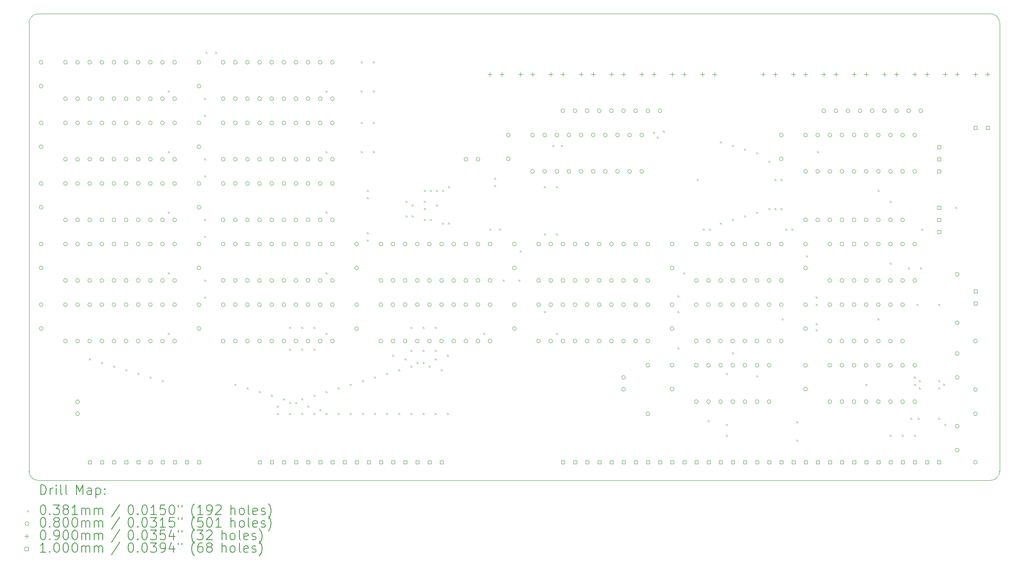
<source format=gbr>
%TF.GenerationSoftware,KiCad,Pcbnew,(7.0.0)*%
%TF.CreationDate,2024-11-17T17:29:49-08:00*%
%TF.ProjectId,multi_register,6d756c74-695f-4726-9567-69737465722e,rev?*%
%TF.SameCoordinates,Original*%
%TF.FileFunction,Drillmap*%
%TF.FilePolarity,Positive*%
%FSLAX45Y45*%
G04 Gerber Fmt 4.5, Leading zero omitted, Abs format (unit mm)*
G04 Created by KiCad (PCBNEW (7.0.0)) date 2024-11-17 17:29:49*
%MOMM*%
%LPD*%
G01*
G04 APERTURE LIST*
%ADD10C,0.050000*%
%ADD11C,0.200000*%
%ADD12C,0.038100*%
%ADD13C,0.080000*%
%ADD14C,0.090000*%
%ADD15C,0.100000*%
G04 APERTURE END LIST*
D10*
X5270500Y-14859000D02*
X25209500Y-14859000D01*
X5080000Y-14668500D02*
G75*
G03*
X5270500Y-14859000I190500J0D01*
G01*
X5080000Y-5270500D02*
X5080000Y-14668500D01*
X25209500Y-14859000D02*
G75*
G03*
X25400000Y-14668500I0J190500D01*
G01*
X5270500Y-5080000D02*
G75*
G03*
X5080000Y-5270500I0J-190500D01*
G01*
X25209500Y-5080000D02*
X5270500Y-5080000D01*
X25400000Y-5270500D02*
G75*
G03*
X25209500Y-5080000I-190500J0D01*
G01*
X25400000Y-14668500D02*
X25400000Y-5270500D01*
D11*
D12*
X6330950Y-12299950D02*
X6369050Y-12338050D01*
X6369050Y-12299950D02*
X6330950Y-12338050D01*
X6584950Y-12376150D02*
X6623050Y-12414250D01*
X6623050Y-12376150D02*
X6584950Y-12414250D01*
X6838950Y-12452350D02*
X6877050Y-12490450D01*
X6877050Y-12452350D02*
X6838950Y-12490450D01*
X7092950Y-12528550D02*
X7131050Y-12566650D01*
X7131050Y-12528550D02*
X7092950Y-12566650D01*
X7346950Y-12604750D02*
X7385050Y-12642850D01*
X7385050Y-12604750D02*
X7346950Y-12642850D01*
X7600950Y-12680950D02*
X7639050Y-12719050D01*
X7639050Y-12680950D02*
X7600950Y-12719050D01*
X7854950Y-12757150D02*
X7893050Y-12795250D01*
X7893050Y-12757150D02*
X7854950Y-12795250D01*
X7981950Y-6686550D02*
X8020050Y-6724650D01*
X8020050Y-6686550D02*
X7981950Y-6724650D01*
X7981950Y-7956550D02*
X8020050Y-7994650D01*
X8020050Y-7956550D02*
X7981950Y-7994650D01*
X7981950Y-9226550D02*
X8020050Y-9264650D01*
X8020050Y-9226550D02*
X7981950Y-9264650D01*
X7981950Y-10496550D02*
X8020050Y-10534650D01*
X8020050Y-10496550D02*
X7981950Y-10534650D01*
X7981950Y-11766550D02*
X8020050Y-11804650D01*
X8020050Y-11766550D02*
X7981950Y-11804650D01*
X8743950Y-6838950D02*
X8782050Y-6877050D01*
X8782050Y-6838950D02*
X8743950Y-6877050D01*
X8743950Y-7194550D02*
X8782050Y-7232650D01*
X8782050Y-7194550D02*
X8743950Y-7232650D01*
X8743950Y-8108950D02*
X8782050Y-8147050D01*
X8782050Y-8108950D02*
X8743950Y-8147050D01*
X8743950Y-8464550D02*
X8782050Y-8502650D01*
X8782050Y-8464550D02*
X8743950Y-8502650D01*
X8743950Y-9378950D02*
X8782050Y-9417050D01*
X8782050Y-9378950D02*
X8743950Y-9417050D01*
X8743950Y-9734550D02*
X8782050Y-9772650D01*
X8782050Y-9734550D02*
X8743950Y-9772650D01*
X8743950Y-10648950D02*
X8782050Y-10687050D01*
X8782050Y-10648950D02*
X8743950Y-10687050D01*
X8743950Y-11004550D02*
X8782050Y-11042650D01*
X8782050Y-11004550D02*
X8743950Y-11042650D01*
X8769350Y-5873750D02*
X8807450Y-5911850D01*
X8807450Y-5873750D02*
X8769350Y-5911850D01*
X8972550Y-5873750D02*
X9010650Y-5911850D01*
X9010650Y-5873750D02*
X8972550Y-5911850D01*
X9378950Y-12833350D02*
X9417050Y-12871450D01*
X9417050Y-12833350D02*
X9378950Y-12871450D01*
X9632950Y-12909550D02*
X9671050Y-12947650D01*
X9671050Y-12909550D02*
X9632950Y-12947650D01*
X9886950Y-12985750D02*
X9925050Y-13023850D01*
X9925050Y-12985750D02*
X9886950Y-13023850D01*
X10140950Y-13061950D02*
X10179050Y-13100050D01*
X10179050Y-13061950D02*
X10140950Y-13100050D01*
X10267950Y-13290550D02*
X10306050Y-13328650D01*
X10306050Y-13290550D02*
X10267950Y-13328650D01*
X10267950Y-13442950D02*
X10306050Y-13481050D01*
X10306050Y-13442950D02*
X10267950Y-13481050D01*
X10394950Y-13138150D02*
X10433050Y-13176250D01*
X10433050Y-13138150D02*
X10394950Y-13176250D01*
X10521950Y-11639550D02*
X10560050Y-11677650D01*
X10560050Y-11639550D02*
X10521950Y-11677650D01*
X10521950Y-12096750D02*
X10560050Y-12134850D01*
X10560050Y-12096750D02*
X10521950Y-12134850D01*
X10521950Y-13214350D02*
X10560050Y-13252450D01*
X10560050Y-13214350D02*
X10521950Y-13252450D01*
X10521950Y-13442950D02*
X10560050Y-13481050D01*
X10560050Y-13442950D02*
X10521950Y-13481050D01*
X10648950Y-13214350D02*
X10687050Y-13252450D01*
X10687050Y-13214350D02*
X10648950Y-13252450D01*
X10775950Y-11639550D02*
X10814050Y-11677650D01*
X10814050Y-11639550D02*
X10775950Y-11677650D01*
X10775950Y-12096750D02*
X10814050Y-12134850D01*
X10814050Y-12096750D02*
X10775950Y-12134850D01*
X10775950Y-13138150D02*
X10814050Y-13176250D01*
X10814050Y-13138150D02*
X10775950Y-13176250D01*
X10775950Y-13442950D02*
X10814050Y-13481050D01*
X10814050Y-13442950D02*
X10775950Y-13481050D01*
X10902950Y-13290550D02*
X10941050Y-13328650D01*
X10941050Y-13290550D02*
X10902950Y-13328650D01*
X11029950Y-11639550D02*
X11068050Y-11677650D01*
X11068050Y-11639550D02*
X11029950Y-11677650D01*
X11029950Y-12096750D02*
X11068050Y-12134850D01*
X11068050Y-12096750D02*
X11029950Y-12134850D01*
X11029950Y-13061950D02*
X11068050Y-13100050D01*
X11068050Y-13061950D02*
X11029950Y-13100050D01*
X11029950Y-13442950D02*
X11068050Y-13481050D01*
X11068050Y-13442950D02*
X11029950Y-13481050D01*
X11156950Y-13366750D02*
X11195050Y-13404850D01*
X11195050Y-13366750D02*
X11156950Y-13404850D01*
X11283950Y-6686550D02*
X11322050Y-6724650D01*
X11322050Y-6686550D02*
X11283950Y-6724650D01*
X11283950Y-7956550D02*
X11322050Y-7994650D01*
X11322050Y-7956550D02*
X11283950Y-7994650D01*
X11283950Y-9226550D02*
X11322050Y-9264650D01*
X11322050Y-9226550D02*
X11283950Y-9264650D01*
X11283950Y-10496550D02*
X11322050Y-10534650D01*
X11322050Y-10496550D02*
X11283950Y-10534650D01*
X11283950Y-11766550D02*
X11322050Y-11804650D01*
X11322050Y-11766550D02*
X11283950Y-11804650D01*
X11283950Y-12985750D02*
X11322050Y-13023850D01*
X11322050Y-12985750D02*
X11283950Y-13023850D01*
X11283950Y-13442950D02*
X11322050Y-13481050D01*
X11322050Y-13442950D02*
X11283950Y-13481050D01*
X11537950Y-12909550D02*
X11576050Y-12947650D01*
X11576050Y-12909550D02*
X11537950Y-12947650D01*
X11537950Y-13442950D02*
X11576050Y-13481050D01*
X11576050Y-13442950D02*
X11537950Y-13481050D01*
X11791950Y-12833350D02*
X11830050Y-12871450D01*
X11830050Y-12833350D02*
X11791950Y-12871450D01*
X11791950Y-13442950D02*
X11830050Y-13481050D01*
X11830050Y-13442950D02*
X11791950Y-13481050D01*
X12020550Y-6076950D02*
X12058650Y-6115050D01*
X12058650Y-6076950D02*
X12020550Y-6115050D01*
X12020550Y-6686550D02*
X12058650Y-6724650D01*
X12058650Y-6686550D02*
X12020550Y-6724650D01*
X12020550Y-7346950D02*
X12058650Y-7385050D01*
X12058650Y-7346950D02*
X12020550Y-7385050D01*
X12020550Y-7956550D02*
X12058650Y-7994650D01*
X12058650Y-7956550D02*
X12020550Y-7994650D01*
X12045950Y-12757150D02*
X12084050Y-12795250D01*
X12084050Y-12757150D02*
X12045950Y-12795250D01*
X12045950Y-13442950D02*
X12084050Y-13481050D01*
X12084050Y-13442950D02*
X12045950Y-13481050D01*
X12147550Y-8769350D02*
X12185650Y-8807450D01*
X12185650Y-8769350D02*
X12147550Y-8807450D01*
X12147550Y-8921750D02*
X12185650Y-8959850D01*
X12185650Y-8921750D02*
X12147550Y-8959850D01*
X12147550Y-9658350D02*
X12185650Y-9696450D01*
X12185650Y-9658350D02*
X12147550Y-9696450D01*
X12147550Y-9810750D02*
X12185650Y-9848850D01*
X12185650Y-9810750D02*
X12147550Y-9848850D01*
X12274550Y-6076950D02*
X12312650Y-6115050D01*
X12312650Y-6076950D02*
X12274550Y-6115050D01*
X12274550Y-6686550D02*
X12312650Y-6724650D01*
X12312650Y-6686550D02*
X12274550Y-6724650D01*
X12274550Y-7346950D02*
X12312650Y-7385050D01*
X12312650Y-7346950D02*
X12274550Y-7385050D01*
X12274550Y-7956550D02*
X12312650Y-7994650D01*
X12312650Y-7956550D02*
X12274550Y-7994650D01*
X12299950Y-12680950D02*
X12338050Y-12719050D01*
X12338050Y-12680950D02*
X12299950Y-12719050D01*
X12299950Y-13442950D02*
X12338050Y-13481050D01*
X12338050Y-13442950D02*
X12299950Y-13481050D01*
X12553950Y-12604750D02*
X12592050Y-12642850D01*
X12592050Y-12604750D02*
X12553950Y-12642850D01*
X12553950Y-13442950D02*
X12592050Y-13481050D01*
X12592050Y-13442950D02*
X12553950Y-13481050D01*
X12680950Y-12223750D02*
X12719050Y-12261850D01*
X12719050Y-12223750D02*
X12680950Y-12261850D01*
X12807950Y-12528550D02*
X12846050Y-12566650D01*
X12846050Y-12528550D02*
X12807950Y-12566650D01*
X12807950Y-13442950D02*
X12846050Y-13481050D01*
X12846050Y-13442950D02*
X12807950Y-13481050D01*
X12934950Y-12299950D02*
X12973050Y-12338050D01*
X12973050Y-12299950D02*
X12934950Y-12338050D01*
X12960350Y-8997950D02*
X12998450Y-9036050D01*
X12998450Y-8997950D02*
X12960350Y-9036050D01*
X12960350Y-9302750D02*
X12998450Y-9340850D01*
X12998450Y-9302750D02*
X12960350Y-9340850D01*
X13061950Y-11639550D02*
X13100050Y-11677650D01*
X13100050Y-11639550D02*
X13061950Y-11677650D01*
X13061950Y-12122150D02*
X13100050Y-12160250D01*
X13100050Y-12122150D02*
X13061950Y-12160250D01*
X13061950Y-12452350D02*
X13100050Y-12490450D01*
X13100050Y-12452350D02*
X13061950Y-12490450D01*
X13061950Y-13442950D02*
X13100050Y-13481050D01*
X13100050Y-13442950D02*
X13061950Y-13481050D01*
X13087350Y-9074150D02*
X13125450Y-9112250D01*
X13125450Y-9074150D02*
X13087350Y-9112250D01*
X13087350Y-9302750D02*
X13125450Y-9340850D01*
X13125450Y-9302750D02*
X13087350Y-9340850D01*
X13188950Y-12376150D02*
X13227050Y-12414250D01*
X13227050Y-12376150D02*
X13188950Y-12414250D01*
X13315950Y-11639550D02*
X13354050Y-11677650D01*
X13354050Y-11639550D02*
X13315950Y-11677650D01*
X13315950Y-12122150D02*
X13354050Y-12160250D01*
X13354050Y-12122150D02*
X13315950Y-12160250D01*
X13315950Y-12376150D02*
X13354050Y-12414250D01*
X13354050Y-12376150D02*
X13315950Y-12414250D01*
X13315950Y-13442950D02*
X13354050Y-13481050D01*
X13354050Y-13442950D02*
X13315950Y-13481050D01*
X13341350Y-8769350D02*
X13379450Y-8807450D01*
X13379450Y-8769350D02*
X13341350Y-8807450D01*
X13341350Y-8997950D02*
X13379450Y-9036050D01*
X13379450Y-8997950D02*
X13341350Y-9036050D01*
X13341350Y-9150350D02*
X13379450Y-9188450D01*
X13379450Y-9150350D02*
X13341350Y-9188450D01*
X13341350Y-9378950D02*
X13379450Y-9417050D01*
X13379450Y-9378950D02*
X13341350Y-9417050D01*
X13442950Y-12452350D02*
X13481050Y-12490450D01*
X13481050Y-12452350D02*
X13442950Y-12490450D01*
X13468350Y-8769350D02*
X13506450Y-8807450D01*
X13506450Y-8769350D02*
X13468350Y-8807450D01*
X13468350Y-9378950D02*
X13506450Y-9417050D01*
X13506450Y-9378950D02*
X13468350Y-9417050D01*
X13569950Y-11639550D02*
X13608050Y-11677650D01*
X13608050Y-11639550D02*
X13569950Y-11677650D01*
X13569950Y-12122150D02*
X13608050Y-12160250D01*
X13608050Y-12122150D02*
X13569950Y-12160250D01*
X13569950Y-12299950D02*
X13608050Y-12338050D01*
X13608050Y-12299950D02*
X13569950Y-12338050D01*
X13569950Y-13442950D02*
X13608050Y-13481050D01*
X13608050Y-13442950D02*
X13569950Y-13481050D01*
X13595350Y-8769350D02*
X13633450Y-8807450D01*
X13633450Y-8769350D02*
X13595350Y-8807450D01*
X13595350Y-9074150D02*
X13633450Y-9112250D01*
X13633450Y-9074150D02*
X13595350Y-9112250D01*
X13696950Y-12528550D02*
X13735050Y-12566650D01*
X13735050Y-12528550D02*
X13696950Y-12566650D01*
X13722350Y-8769350D02*
X13760450Y-8807450D01*
X13760450Y-8769350D02*
X13722350Y-8807450D01*
X13722350Y-9455150D02*
X13760450Y-9493250D01*
X13760450Y-9455150D02*
X13722350Y-9493250D01*
X13823950Y-12223750D02*
X13862050Y-12261850D01*
X13862050Y-12223750D02*
X13823950Y-12261850D01*
X13823950Y-13442950D02*
X13862050Y-13481050D01*
X13862050Y-13442950D02*
X13823950Y-13481050D01*
X13849350Y-8693150D02*
X13887450Y-8731250D01*
X13887450Y-8693150D02*
X13849350Y-8731250D01*
X13849350Y-9455150D02*
X13887450Y-9493250D01*
X13887450Y-9455150D02*
X13849350Y-9493250D01*
X14585950Y-11766550D02*
X14624050Y-11804650D01*
X14624050Y-11766550D02*
X14585950Y-11804650D01*
X14712950Y-9582150D02*
X14751050Y-9620250D01*
X14751050Y-9582150D02*
X14712950Y-9620250D01*
X14814550Y-8515350D02*
X14852650Y-8553450D01*
X14852650Y-8515350D02*
X14814550Y-8553450D01*
X14814550Y-8667750D02*
X14852650Y-8705850D01*
X14852650Y-8667750D02*
X14814550Y-8705850D01*
X14916150Y-9582150D02*
X14954250Y-9620250D01*
X14954250Y-9582150D02*
X14916150Y-9620250D01*
X14992350Y-10648950D02*
X15030450Y-10687050D01*
X15030450Y-10648950D02*
X14992350Y-10687050D01*
X15322550Y-10648950D02*
X15360650Y-10687050D01*
X15360650Y-10648950D02*
X15322550Y-10687050D01*
X15347950Y-10039350D02*
X15386050Y-10077450D01*
X15386050Y-10039350D02*
X15347950Y-10077450D01*
X15855950Y-8693150D02*
X15894050Y-8731250D01*
X15894050Y-8693150D02*
X15855950Y-8731250D01*
X15855950Y-9683750D02*
X15894050Y-9721850D01*
X15894050Y-9683750D02*
X15855950Y-9721850D01*
X15855950Y-11309350D02*
X15894050Y-11347450D01*
X15894050Y-11309350D02*
X15855950Y-11347450D01*
X16033750Y-7829550D02*
X16071850Y-7867650D01*
X16071850Y-7829550D02*
X16033750Y-7867650D01*
X16109950Y-8693150D02*
X16148050Y-8731250D01*
X16148050Y-8693150D02*
X16109950Y-8731250D01*
X16109950Y-9683750D02*
X16148050Y-9721850D01*
X16148050Y-9683750D02*
X16109950Y-9721850D01*
X16109950Y-11766550D02*
X16148050Y-11804650D01*
X16148050Y-11766550D02*
X16109950Y-11804650D01*
X16211550Y-7829550D02*
X16249650Y-7867650D01*
X16249650Y-7829550D02*
X16211550Y-7867650D01*
X18141950Y-7550150D02*
X18180050Y-7588250D01*
X18180050Y-7550150D02*
X18141950Y-7588250D01*
X18218150Y-7651750D02*
X18256250Y-7689850D01*
X18256250Y-7651750D02*
X18218150Y-7689850D01*
X18345150Y-7524750D02*
X18383250Y-7562850D01*
X18383250Y-7524750D02*
X18345150Y-7562850D01*
X18649950Y-10979150D02*
X18688050Y-11017250D01*
X18688050Y-10979150D02*
X18649950Y-11017250D01*
X18649950Y-11309350D02*
X18688050Y-11347450D01*
X18688050Y-11309350D02*
X18649950Y-11347450D01*
X18649950Y-12071350D02*
X18688050Y-12109450D01*
X18688050Y-12071350D02*
X18649950Y-12109450D01*
X18776950Y-10496550D02*
X18815050Y-10534650D01*
X18815050Y-10496550D02*
X18776950Y-10534650D01*
X19056350Y-8540750D02*
X19094450Y-8578850D01*
X19094450Y-8540750D02*
X19056350Y-8578850D01*
X19183350Y-9582150D02*
X19221450Y-9620250D01*
X19221450Y-9582150D02*
X19183350Y-9620250D01*
X19284950Y-13595350D02*
X19323050Y-13633450D01*
X19323050Y-13595350D02*
X19284950Y-13633450D01*
X19310350Y-9582150D02*
X19348450Y-9620250D01*
X19348450Y-9582150D02*
X19310350Y-9620250D01*
X19538950Y-7753350D02*
X19577050Y-7791450D01*
X19577050Y-7753350D02*
X19538950Y-7791450D01*
X19538950Y-9455150D02*
X19577050Y-9493250D01*
X19577050Y-9455150D02*
X19538950Y-9493250D01*
X19665950Y-12604750D02*
X19704050Y-12642850D01*
X19704050Y-12604750D02*
X19665950Y-12642850D01*
X19665950Y-13671550D02*
X19704050Y-13709650D01*
X19704050Y-13671550D02*
X19665950Y-13709650D01*
X19665950Y-13900150D02*
X19704050Y-13938250D01*
X19704050Y-13900150D02*
X19665950Y-13938250D01*
X19792950Y-7829550D02*
X19831050Y-7867650D01*
X19831050Y-7829550D02*
X19792950Y-7867650D01*
X19792950Y-9378950D02*
X19831050Y-9417050D01*
X19831050Y-9378950D02*
X19792950Y-9417050D01*
X19792950Y-12172950D02*
X19831050Y-12211050D01*
X19831050Y-12172950D02*
X19792950Y-12211050D01*
X20046950Y-7905750D02*
X20085050Y-7943850D01*
X20085050Y-7905750D02*
X20046950Y-7943850D01*
X20046950Y-9302750D02*
X20085050Y-9340850D01*
X20085050Y-9302750D02*
X20046950Y-9340850D01*
X20300950Y-7981950D02*
X20339050Y-8020050D01*
X20339050Y-7981950D02*
X20300950Y-8020050D01*
X20300950Y-9226550D02*
X20339050Y-9264650D01*
X20339050Y-9226550D02*
X20300950Y-9264650D01*
X20300950Y-12655550D02*
X20339050Y-12693650D01*
X20339050Y-12655550D02*
X20300950Y-12693650D01*
X20554950Y-8159750D02*
X20593050Y-8197850D01*
X20593050Y-8159750D02*
X20554950Y-8197850D01*
X20554950Y-9150350D02*
X20593050Y-9188450D01*
X20593050Y-9150350D02*
X20554950Y-9188450D01*
X20681950Y-8540750D02*
X20720050Y-8578850D01*
X20720050Y-8540750D02*
X20681950Y-8578850D01*
X20681950Y-9150350D02*
X20720050Y-9188450D01*
X20720050Y-9150350D02*
X20681950Y-9188450D01*
X20808950Y-8540750D02*
X20847050Y-8578850D01*
X20847050Y-8540750D02*
X20808950Y-8578850D01*
X20808950Y-9150350D02*
X20847050Y-9188450D01*
X20847050Y-9150350D02*
X20808950Y-9188450D01*
X20834350Y-11461750D02*
X20872450Y-11499850D01*
X20872450Y-11461750D02*
X20834350Y-11499850D01*
X20910550Y-9582150D02*
X20948650Y-9620250D01*
X20948650Y-9582150D02*
X20910550Y-9620250D01*
X21037550Y-9582150D02*
X21075650Y-9620250D01*
X21075650Y-9582150D02*
X21037550Y-9620250D01*
X21139150Y-13620750D02*
X21177250Y-13658850D01*
X21177250Y-13620750D02*
X21139150Y-13658850D01*
X21139150Y-14001750D02*
X21177250Y-14039850D01*
X21177250Y-14001750D02*
X21139150Y-14039850D01*
X21342350Y-10140950D02*
X21380450Y-10179050D01*
X21380450Y-10140950D02*
X21342350Y-10179050D01*
X21545550Y-11004550D02*
X21583650Y-11042650D01*
X21583650Y-11004550D02*
X21545550Y-11042650D01*
X21545550Y-11156950D02*
X21583650Y-11195050D01*
X21583650Y-11156950D02*
X21545550Y-11195050D01*
X21545550Y-11563350D02*
X21583650Y-11601450D01*
X21583650Y-11563350D02*
X21545550Y-11601450D01*
X21545550Y-11690350D02*
X21583650Y-11728450D01*
X21583650Y-11690350D02*
X21545550Y-11728450D01*
X21570950Y-7956550D02*
X21609050Y-7994650D01*
X21609050Y-7956550D02*
X21570950Y-7994650D01*
X22586950Y-12833350D02*
X22625050Y-12871450D01*
X22625050Y-12833350D02*
X22586950Y-12871450D01*
X22840950Y-8769350D02*
X22879050Y-8807450D01*
X22879050Y-8769350D02*
X22840950Y-8807450D01*
X22840950Y-11461750D02*
X22879050Y-11499850D01*
X22879050Y-11461750D02*
X22840950Y-11499850D01*
X23094950Y-8997950D02*
X23133050Y-9036050D01*
X23133050Y-8997950D02*
X23094950Y-9036050D01*
X23094950Y-10293350D02*
X23133050Y-10331450D01*
X23133050Y-10293350D02*
X23094950Y-10331450D01*
X23094950Y-13900150D02*
X23133050Y-13938250D01*
X23133050Y-13900150D02*
X23094950Y-13938250D01*
X23348950Y-13900150D02*
X23387050Y-13938250D01*
X23387050Y-13900150D02*
X23348950Y-13938250D01*
X23475950Y-10394950D02*
X23514050Y-10433050D01*
X23514050Y-10394950D02*
X23475950Y-10433050D01*
X23526750Y-13544550D02*
X23564850Y-13582650D01*
X23564850Y-13544550D02*
X23526750Y-13582650D01*
X23602950Y-12680950D02*
X23641050Y-12719050D01*
X23641050Y-12680950D02*
X23602950Y-12719050D01*
X23602950Y-12833350D02*
X23641050Y-12871450D01*
X23641050Y-12833350D02*
X23602950Y-12871450D01*
X23602950Y-13900150D02*
X23641050Y-13938250D01*
X23641050Y-13900150D02*
X23602950Y-13938250D01*
X23653750Y-11156950D02*
X23691850Y-11195050D01*
X23691850Y-11156950D02*
X23653750Y-11195050D01*
X23679150Y-13544550D02*
X23717250Y-13582650D01*
X23717250Y-13544550D02*
X23679150Y-13582650D01*
X23704550Y-12757150D02*
X23742650Y-12795250D01*
X23742650Y-12757150D02*
X23704550Y-12795250D01*
X23704550Y-12909550D02*
X23742650Y-12947650D01*
X23742650Y-12909550D02*
X23704550Y-12947650D01*
X23729950Y-10394950D02*
X23768050Y-10433050D01*
X23768050Y-10394950D02*
X23729950Y-10433050D01*
X23755350Y-9582150D02*
X23793450Y-9620250D01*
X23793450Y-9582150D02*
X23755350Y-9620250D01*
X24110950Y-11156950D02*
X24149050Y-11195050D01*
X24149050Y-11156950D02*
X24110950Y-11195050D01*
X24110950Y-12757150D02*
X24149050Y-12795250D01*
X24149050Y-12757150D02*
X24110950Y-12795250D01*
X24110950Y-12909550D02*
X24149050Y-12947650D01*
X24149050Y-12909550D02*
X24110950Y-12947650D01*
X24110950Y-13544550D02*
X24149050Y-13582650D01*
X24149050Y-13544550D02*
X24110950Y-13582650D01*
X24212550Y-12833350D02*
X24250650Y-12871450D01*
X24250650Y-12833350D02*
X24212550Y-12871450D01*
X24237950Y-13671550D02*
X24276050Y-13709650D01*
X24276050Y-13671550D02*
X24237950Y-13709650D01*
X24466550Y-9124950D02*
X24504650Y-9163050D01*
X24504650Y-9124950D02*
X24466550Y-9163050D01*
D13*
X5374000Y-6096000D02*
G75*
G03*
X5374000Y-6096000I-40000J0D01*
G01*
X5374000Y-6596000D02*
G75*
G03*
X5374000Y-6596000I-40000J0D01*
G01*
X5374000Y-7366000D02*
G75*
G03*
X5374000Y-7366000I-40000J0D01*
G01*
X5374000Y-7866000D02*
G75*
G03*
X5374000Y-7866000I-40000J0D01*
G01*
X5374000Y-8636000D02*
G75*
G03*
X5374000Y-8636000I-40000J0D01*
G01*
X5374000Y-9136000D02*
G75*
G03*
X5374000Y-9136000I-40000J0D01*
G01*
X5374000Y-9906000D02*
G75*
G03*
X5374000Y-9906000I-40000J0D01*
G01*
X5374000Y-10406000D02*
G75*
G03*
X5374000Y-10406000I-40000J0D01*
G01*
X5374000Y-11176000D02*
G75*
G03*
X5374000Y-11176000I-40000J0D01*
G01*
X5374000Y-11676000D02*
G75*
G03*
X5374000Y-11676000I-40000J0D01*
G01*
X5882000Y-6096000D02*
G75*
G03*
X5882000Y-6096000I-40000J0D01*
G01*
X5882000Y-6858000D02*
G75*
G03*
X5882000Y-6858000I-40000J0D01*
G01*
X5882000Y-7366000D02*
G75*
G03*
X5882000Y-7366000I-40000J0D01*
G01*
X5882000Y-8128000D02*
G75*
G03*
X5882000Y-8128000I-40000J0D01*
G01*
X5882000Y-8636000D02*
G75*
G03*
X5882000Y-8636000I-40000J0D01*
G01*
X5882000Y-9398000D02*
G75*
G03*
X5882000Y-9398000I-40000J0D01*
G01*
X5882000Y-9906000D02*
G75*
G03*
X5882000Y-9906000I-40000J0D01*
G01*
X5882000Y-10668000D02*
G75*
G03*
X5882000Y-10668000I-40000J0D01*
G01*
X5882000Y-11176000D02*
G75*
G03*
X5882000Y-11176000I-40000J0D01*
G01*
X5882000Y-11938000D02*
G75*
G03*
X5882000Y-11938000I-40000J0D01*
G01*
X6136000Y-6096000D02*
G75*
G03*
X6136000Y-6096000I-40000J0D01*
G01*
X6136000Y-6858000D02*
G75*
G03*
X6136000Y-6858000I-40000J0D01*
G01*
X6136000Y-7366000D02*
G75*
G03*
X6136000Y-7366000I-40000J0D01*
G01*
X6136000Y-8128000D02*
G75*
G03*
X6136000Y-8128000I-40000J0D01*
G01*
X6136000Y-8636000D02*
G75*
G03*
X6136000Y-8636000I-40000J0D01*
G01*
X6136000Y-9398000D02*
G75*
G03*
X6136000Y-9398000I-40000J0D01*
G01*
X6136000Y-9906000D02*
G75*
G03*
X6136000Y-9906000I-40000J0D01*
G01*
X6136000Y-10668000D02*
G75*
G03*
X6136000Y-10668000I-40000J0D01*
G01*
X6136000Y-11176000D02*
G75*
G03*
X6136000Y-11176000I-40000J0D01*
G01*
X6136000Y-11938000D02*
G75*
G03*
X6136000Y-11938000I-40000J0D01*
G01*
X6136000Y-13212000D02*
G75*
G03*
X6136000Y-13212000I-40000J0D01*
G01*
X6136000Y-13462000D02*
G75*
G03*
X6136000Y-13462000I-40000J0D01*
G01*
X6390000Y-6096000D02*
G75*
G03*
X6390000Y-6096000I-40000J0D01*
G01*
X6390000Y-6858000D02*
G75*
G03*
X6390000Y-6858000I-40000J0D01*
G01*
X6390000Y-7366000D02*
G75*
G03*
X6390000Y-7366000I-40000J0D01*
G01*
X6390000Y-8128000D02*
G75*
G03*
X6390000Y-8128000I-40000J0D01*
G01*
X6390000Y-8636000D02*
G75*
G03*
X6390000Y-8636000I-40000J0D01*
G01*
X6390000Y-9398000D02*
G75*
G03*
X6390000Y-9398000I-40000J0D01*
G01*
X6390000Y-9906000D02*
G75*
G03*
X6390000Y-9906000I-40000J0D01*
G01*
X6390000Y-10668000D02*
G75*
G03*
X6390000Y-10668000I-40000J0D01*
G01*
X6390000Y-11176000D02*
G75*
G03*
X6390000Y-11176000I-40000J0D01*
G01*
X6390000Y-11938000D02*
G75*
G03*
X6390000Y-11938000I-40000J0D01*
G01*
X6644000Y-6096000D02*
G75*
G03*
X6644000Y-6096000I-40000J0D01*
G01*
X6644000Y-6858000D02*
G75*
G03*
X6644000Y-6858000I-40000J0D01*
G01*
X6644000Y-7366000D02*
G75*
G03*
X6644000Y-7366000I-40000J0D01*
G01*
X6644000Y-8128000D02*
G75*
G03*
X6644000Y-8128000I-40000J0D01*
G01*
X6644000Y-8636000D02*
G75*
G03*
X6644000Y-8636000I-40000J0D01*
G01*
X6644000Y-9398000D02*
G75*
G03*
X6644000Y-9398000I-40000J0D01*
G01*
X6644000Y-9906000D02*
G75*
G03*
X6644000Y-9906000I-40000J0D01*
G01*
X6644000Y-10668000D02*
G75*
G03*
X6644000Y-10668000I-40000J0D01*
G01*
X6644000Y-11176000D02*
G75*
G03*
X6644000Y-11176000I-40000J0D01*
G01*
X6644000Y-11938000D02*
G75*
G03*
X6644000Y-11938000I-40000J0D01*
G01*
X6898000Y-6096000D02*
G75*
G03*
X6898000Y-6096000I-40000J0D01*
G01*
X6898000Y-6858000D02*
G75*
G03*
X6898000Y-6858000I-40000J0D01*
G01*
X6898000Y-7366000D02*
G75*
G03*
X6898000Y-7366000I-40000J0D01*
G01*
X6898000Y-8128000D02*
G75*
G03*
X6898000Y-8128000I-40000J0D01*
G01*
X6898000Y-8636000D02*
G75*
G03*
X6898000Y-8636000I-40000J0D01*
G01*
X6898000Y-9398000D02*
G75*
G03*
X6898000Y-9398000I-40000J0D01*
G01*
X6898000Y-9906000D02*
G75*
G03*
X6898000Y-9906000I-40000J0D01*
G01*
X6898000Y-10668000D02*
G75*
G03*
X6898000Y-10668000I-40000J0D01*
G01*
X6898000Y-11176000D02*
G75*
G03*
X6898000Y-11176000I-40000J0D01*
G01*
X6898000Y-11938000D02*
G75*
G03*
X6898000Y-11938000I-40000J0D01*
G01*
X7152000Y-6096000D02*
G75*
G03*
X7152000Y-6096000I-40000J0D01*
G01*
X7152000Y-6858000D02*
G75*
G03*
X7152000Y-6858000I-40000J0D01*
G01*
X7152000Y-7366000D02*
G75*
G03*
X7152000Y-7366000I-40000J0D01*
G01*
X7152000Y-8128000D02*
G75*
G03*
X7152000Y-8128000I-40000J0D01*
G01*
X7152000Y-8636000D02*
G75*
G03*
X7152000Y-8636000I-40000J0D01*
G01*
X7152000Y-9398000D02*
G75*
G03*
X7152000Y-9398000I-40000J0D01*
G01*
X7152000Y-9906000D02*
G75*
G03*
X7152000Y-9906000I-40000J0D01*
G01*
X7152000Y-10668000D02*
G75*
G03*
X7152000Y-10668000I-40000J0D01*
G01*
X7152000Y-11176000D02*
G75*
G03*
X7152000Y-11176000I-40000J0D01*
G01*
X7152000Y-11938000D02*
G75*
G03*
X7152000Y-11938000I-40000J0D01*
G01*
X7406000Y-6096000D02*
G75*
G03*
X7406000Y-6096000I-40000J0D01*
G01*
X7406000Y-6858000D02*
G75*
G03*
X7406000Y-6858000I-40000J0D01*
G01*
X7406000Y-7366000D02*
G75*
G03*
X7406000Y-7366000I-40000J0D01*
G01*
X7406000Y-8128000D02*
G75*
G03*
X7406000Y-8128000I-40000J0D01*
G01*
X7406000Y-8636000D02*
G75*
G03*
X7406000Y-8636000I-40000J0D01*
G01*
X7406000Y-9398000D02*
G75*
G03*
X7406000Y-9398000I-40000J0D01*
G01*
X7406000Y-9906000D02*
G75*
G03*
X7406000Y-9906000I-40000J0D01*
G01*
X7406000Y-10668000D02*
G75*
G03*
X7406000Y-10668000I-40000J0D01*
G01*
X7406000Y-11176000D02*
G75*
G03*
X7406000Y-11176000I-40000J0D01*
G01*
X7406000Y-11938000D02*
G75*
G03*
X7406000Y-11938000I-40000J0D01*
G01*
X7660000Y-6096000D02*
G75*
G03*
X7660000Y-6096000I-40000J0D01*
G01*
X7660000Y-6858000D02*
G75*
G03*
X7660000Y-6858000I-40000J0D01*
G01*
X7660000Y-7366000D02*
G75*
G03*
X7660000Y-7366000I-40000J0D01*
G01*
X7660000Y-8128000D02*
G75*
G03*
X7660000Y-8128000I-40000J0D01*
G01*
X7660000Y-8636000D02*
G75*
G03*
X7660000Y-8636000I-40000J0D01*
G01*
X7660000Y-9398000D02*
G75*
G03*
X7660000Y-9398000I-40000J0D01*
G01*
X7660000Y-9906000D02*
G75*
G03*
X7660000Y-9906000I-40000J0D01*
G01*
X7660000Y-10668000D02*
G75*
G03*
X7660000Y-10668000I-40000J0D01*
G01*
X7660000Y-11176000D02*
G75*
G03*
X7660000Y-11176000I-40000J0D01*
G01*
X7660000Y-11938000D02*
G75*
G03*
X7660000Y-11938000I-40000J0D01*
G01*
X7914000Y-6096000D02*
G75*
G03*
X7914000Y-6096000I-40000J0D01*
G01*
X7914000Y-6858000D02*
G75*
G03*
X7914000Y-6858000I-40000J0D01*
G01*
X7914000Y-7366000D02*
G75*
G03*
X7914000Y-7366000I-40000J0D01*
G01*
X7914000Y-8128000D02*
G75*
G03*
X7914000Y-8128000I-40000J0D01*
G01*
X7914000Y-8636000D02*
G75*
G03*
X7914000Y-8636000I-40000J0D01*
G01*
X7914000Y-9398000D02*
G75*
G03*
X7914000Y-9398000I-40000J0D01*
G01*
X7914000Y-9906000D02*
G75*
G03*
X7914000Y-9906000I-40000J0D01*
G01*
X7914000Y-10668000D02*
G75*
G03*
X7914000Y-10668000I-40000J0D01*
G01*
X7914000Y-11176000D02*
G75*
G03*
X7914000Y-11176000I-40000J0D01*
G01*
X7914000Y-11938000D02*
G75*
G03*
X7914000Y-11938000I-40000J0D01*
G01*
X8168000Y-6096000D02*
G75*
G03*
X8168000Y-6096000I-40000J0D01*
G01*
X8168000Y-6858000D02*
G75*
G03*
X8168000Y-6858000I-40000J0D01*
G01*
X8168000Y-7366000D02*
G75*
G03*
X8168000Y-7366000I-40000J0D01*
G01*
X8168000Y-8128000D02*
G75*
G03*
X8168000Y-8128000I-40000J0D01*
G01*
X8168000Y-8636000D02*
G75*
G03*
X8168000Y-8636000I-40000J0D01*
G01*
X8168000Y-9398000D02*
G75*
G03*
X8168000Y-9398000I-40000J0D01*
G01*
X8168000Y-9906000D02*
G75*
G03*
X8168000Y-9906000I-40000J0D01*
G01*
X8168000Y-10668000D02*
G75*
G03*
X8168000Y-10668000I-40000J0D01*
G01*
X8168000Y-11176000D02*
G75*
G03*
X8168000Y-11176000I-40000J0D01*
G01*
X8168000Y-11938000D02*
G75*
G03*
X8168000Y-11938000I-40000J0D01*
G01*
X8676000Y-6096000D02*
G75*
G03*
X8676000Y-6096000I-40000J0D01*
G01*
X8676000Y-6596000D02*
G75*
G03*
X8676000Y-6596000I-40000J0D01*
G01*
X8676000Y-7366000D02*
G75*
G03*
X8676000Y-7366000I-40000J0D01*
G01*
X8676000Y-7866000D02*
G75*
G03*
X8676000Y-7866000I-40000J0D01*
G01*
X8676000Y-8636000D02*
G75*
G03*
X8676000Y-8636000I-40000J0D01*
G01*
X8676000Y-9136000D02*
G75*
G03*
X8676000Y-9136000I-40000J0D01*
G01*
X8676000Y-9906000D02*
G75*
G03*
X8676000Y-9906000I-40000J0D01*
G01*
X8676000Y-10406000D02*
G75*
G03*
X8676000Y-10406000I-40000J0D01*
G01*
X8676000Y-11176000D02*
G75*
G03*
X8676000Y-11176000I-40000J0D01*
G01*
X8676000Y-11676000D02*
G75*
G03*
X8676000Y-11676000I-40000J0D01*
G01*
X9184000Y-6096000D02*
G75*
G03*
X9184000Y-6096000I-40000J0D01*
G01*
X9184000Y-6858000D02*
G75*
G03*
X9184000Y-6858000I-40000J0D01*
G01*
X9184000Y-7366000D02*
G75*
G03*
X9184000Y-7366000I-40000J0D01*
G01*
X9184000Y-8128000D02*
G75*
G03*
X9184000Y-8128000I-40000J0D01*
G01*
X9184000Y-8636000D02*
G75*
G03*
X9184000Y-8636000I-40000J0D01*
G01*
X9184000Y-9398000D02*
G75*
G03*
X9184000Y-9398000I-40000J0D01*
G01*
X9184000Y-9906000D02*
G75*
G03*
X9184000Y-9906000I-40000J0D01*
G01*
X9184000Y-10668000D02*
G75*
G03*
X9184000Y-10668000I-40000J0D01*
G01*
X9184000Y-11176000D02*
G75*
G03*
X9184000Y-11176000I-40000J0D01*
G01*
X9184000Y-11938000D02*
G75*
G03*
X9184000Y-11938000I-40000J0D01*
G01*
X9438000Y-6096000D02*
G75*
G03*
X9438000Y-6096000I-40000J0D01*
G01*
X9438000Y-6858000D02*
G75*
G03*
X9438000Y-6858000I-40000J0D01*
G01*
X9438000Y-7366000D02*
G75*
G03*
X9438000Y-7366000I-40000J0D01*
G01*
X9438000Y-8128000D02*
G75*
G03*
X9438000Y-8128000I-40000J0D01*
G01*
X9438000Y-8636000D02*
G75*
G03*
X9438000Y-8636000I-40000J0D01*
G01*
X9438000Y-9398000D02*
G75*
G03*
X9438000Y-9398000I-40000J0D01*
G01*
X9438000Y-9906000D02*
G75*
G03*
X9438000Y-9906000I-40000J0D01*
G01*
X9438000Y-10668000D02*
G75*
G03*
X9438000Y-10668000I-40000J0D01*
G01*
X9438000Y-11176000D02*
G75*
G03*
X9438000Y-11176000I-40000J0D01*
G01*
X9438000Y-11938000D02*
G75*
G03*
X9438000Y-11938000I-40000J0D01*
G01*
X9692000Y-6096000D02*
G75*
G03*
X9692000Y-6096000I-40000J0D01*
G01*
X9692000Y-6858000D02*
G75*
G03*
X9692000Y-6858000I-40000J0D01*
G01*
X9692000Y-7366000D02*
G75*
G03*
X9692000Y-7366000I-40000J0D01*
G01*
X9692000Y-8128000D02*
G75*
G03*
X9692000Y-8128000I-40000J0D01*
G01*
X9692000Y-8636000D02*
G75*
G03*
X9692000Y-8636000I-40000J0D01*
G01*
X9692000Y-9398000D02*
G75*
G03*
X9692000Y-9398000I-40000J0D01*
G01*
X9692000Y-9906000D02*
G75*
G03*
X9692000Y-9906000I-40000J0D01*
G01*
X9692000Y-10668000D02*
G75*
G03*
X9692000Y-10668000I-40000J0D01*
G01*
X9692000Y-11176000D02*
G75*
G03*
X9692000Y-11176000I-40000J0D01*
G01*
X9692000Y-11938000D02*
G75*
G03*
X9692000Y-11938000I-40000J0D01*
G01*
X9946000Y-6096000D02*
G75*
G03*
X9946000Y-6096000I-40000J0D01*
G01*
X9946000Y-6858000D02*
G75*
G03*
X9946000Y-6858000I-40000J0D01*
G01*
X9946000Y-7366000D02*
G75*
G03*
X9946000Y-7366000I-40000J0D01*
G01*
X9946000Y-8128000D02*
G75*
G03*
X9946000Y-8128000I-40000J0D01*
G01*
X9946000Y-8636000D02*
G75*
G03*
X9946000Y-8636000I-40000J0D01*
G01*
X9946000Y-9398000D02*
G75*
G03*
X9946000Y-9398000I-40000J0D01*
G01*
X9946000Y-9906000D02*
G75*
G03*
X9946000Y-9906000I-40000J0D01*
G01*
X9946000Y-10668000D02*
G75*
G03*
X9946000Y-10668000I-40000J0D01*
G01*
X9946000Y-11176000D02*
G75*
G03*
X9946000Y-11176000I-40000J0D01*
G01*
X9946000Y-11938000D02*
G75*
G03*
X9946000Y-11938000I-40000J0D01*
G01*
X10200000Y-6096000D02*
G75*
G03*
X10200000Y-6096000I-40000J0D01*
G01*
X10200000Y-6858000D02*
G75*
G03*
X10200000Y-6858000I-40000J0D01*
G01*
X10200000Y-7366000D02*
G75*
G03*
X10200000Y-7366000I-40000J0D01*
G01*
X10200000Y-8128000D02*
G75*
G03*
X10200000Y-8128000I-40000J0D01*
G01*
X10200000Y-8636000D02*
G75*
G03*
X10200000Y-8636000I-40000J0D01*
G01*
X10200000Y-9398000D02*
G75*
G03*
X10200000Y-9398000I-40000J0D01*
G01*
X10200000Y-9906000D02*
G75*
G03*
X10200000Y-9906000I-40000J0D01*
G01*
X10200000Y-10668000D02*
G75*
G03*
X10200000Y-10668000I-40000J0D01*
G01*
X10200000Y-11176000D02*
G75*
G03*
X10200000Y-11176000I-40000J0D01*
G01*
X10200000Y-11938000D02*
G75*
G03*
X10200000Y-11938000I-40000J0D01*
G01*
X10454000Y-6096000D02*
G75*
G03*
X10454000Y-6096000I-40000J0D01*
G01*
X10454000Y-6858000D02*
G75*
G03*
X10454000Y-6858000I-40000J0D01*
G01*
X10454000Y-7366000D02*
G75*
G03*
X10454000Y-7366000I-40000J0D01*
G01*
X10454000Y-8128000D02*
G75*
G03*
X10454000Y-8128000I-40000J0D01*
G01*
X10454000Y-8636000D02*
G75*
G03*
X10454000Y-8636000I-40000J0D01*
G01*
X10454000Y-9398000D02*
G75*
G03*
X10454000Y-9398000I-40000J0D01*
G01*
X10454000Y-9906000D02*
G75*
G03*
X10454000Y-9906000I-40000J0D01*
G01*
X10454000Y-10668000D02*
G75*
G03*
X10454000Y-10668000I-40000J0D01*
G01*
X10454000Y-11176000D02*
G75*
G03*
X10454000Y-11176000I-40000J0D01*
G01*
X10454000Y-11938000D02*
G75*
G03*
X10454000Y-11938000I-40000J0D01*
G01*
X10708000Y-6096000D02*
G75*
G03*
X10708000Y-6096000I-40000J0D01*
G01*
X10708000Y-6858000D02*
G75*
G03*
X10708000Y-6858000I-40000J0D01*
G01*
X10708000Y-7366000D02*
G75*
G03*
X10708000Y-7366000I-40000J0D01*
G01*
X10708000Y-8128000D02*
G75*
G03*
X10708000Y-8128000I-40000J0D01*
G01*
X10708000Y-8636000D02*
G75*
G03*
X10708000Y-8636000I-40000J0D01*
G01*
X10708000Y-9398000D02*
G75*
G03*
X10708000Y-9398000I-40000J0D01*
G01*
X10708000Y-9906000D02*
G75*
G03*
X10708000Y-9906000I-40000J0D01*
G01*
X10708000Y-10668000D02*
G75*
G03*
X10708000Y-10668000I-40000J0D01*
G01*
X10708000Y-11176000D02*
G75*
G03*
X10708000Y-11176000I-40000J0D01*
G01*
X10708000Y-11938000D02*
G75*
G03*
X10708000Y-11938000I-40000J0D01*
G01*
X10962000Y-6096000D02*
G75*
G03*
X10962000Y-6096000I-40000J0D01*
G01*
X10962000Y-6858000D02*
G75*
G03*
X10962000Y-6858000I-40000J0D01*
G01*
X10962000Y-7366000D02*
G75*
G03*
X10962000Y-7366000I-40000J0D01*
G01*
X10962000Y-8128000D02*
G75*
G03*
X10962000Y-8128000I-40000J0D01*
G01*
X10962000Y-8636000D02*
G75*
G03*
X10962000Y-8636000I-40000J0D01*
G01*
X10962000Y-9398000D02*
G75*
G03*
X10962000Y-9398000I-40000J0D01*
G01*
X10962000Y-9906000D02*
G75*
G03*
X10962000Y-9906000I-40000J0D01*
G01*
X10962000Y-10668000D02*
G75*
G03*
X10962000Y-10668000I-40000J0D01*
G01*
X10962000Y-11176000D02*
G75*
G03*
X10962000Y-11176000I-40000J0D01*
G01*
X10962000Y-11938000D02*
G75*
G03*
X10962000Y-11938000I-40000J0D01*
G01*
X11216000Y-6096000D02*
G75*
G03*
X11216000Y-6096000I-40000J0D01*
G01*
X11216000Y-6858000D02*
G75*
G03*
X11216000Y-6858000I-40000J0D01*
G01*
X11216000Y-7366000D02*
G75*
G03*
X11216000Y-7366000I-40000J0D01*
G01*
X11216000Y-8128000D02*
G75*
G03*
X11216000Y-8128000I-40000J0D01*
G01*
X11216000Y-8636000D02*
G75*
G03*
X11216000Y-8636000I-40000J0D01*
G01*
X11216000Y-9398000D02*
G75*
G03*
X11216000Y-9398000I-40000J0D01*
G01*
X11216000Y-9906000D02*
G75*
G03*
X11216000Y-9906000I-40000J0D01*
G01*
X11216000Y-10668000D02*
G75*
G03*
X11216000Y-10668000I-40000J0D01*
G01*
X11216000Y-11176000D02*
G75*
G03*
X11216000Y-11176000I-40000J0D01*
G01*
X11216000Y-11938000D02*
G75*
G03*
X11216000Y-11938000I-40000J0D01*
G01*
X11470000Y-6096000D02*
G75*
G03*
X11470000Y-6096000I-40000J0D01*
G01*
X11470000Y-6858000D02*
G75*
G03*
X11470000Y-6858000I-40000J0D01*
G01*
X11470000Y-7366000D02*
G75*
G03*
X11470000Y-7366000I-40000J0D01*
G01*
X11470000Y-8128000D02*
G75*
G03*
X11470000Y-8128000I-40000J0D01*
G01*
X11470000Y-8636000D02*
G75*
G03*
X11470000Y-8636000I-40000J0D01*
G01*
X11470000Y-9398000D02*
G75*
G03*
X11470000Y-9398000I-40000J0D01*
G01*
X11470000Y-9906000D02*
G75*
G03*
X11470000Y-9906000I-40000J0D01*
G01*
X11470000Y-10668000D02*
G75*
G03*
X11470000Y-10668000I-40000J0D01*
G01*
X11470000Y-11176000D02*
G75*
G03*
X11470000Y-11176000I-40000J0D01*
G01*
X11470000Y-11938000D02*
G75*
G03*
X11470000Y-11938000I-40000J0D01*
G01*
X11978000Y-9906000D02*
G75*
G03*
X11978000Y-9906000I-40000J0D01*
G01*
X11978000Y-10406000D02*
G75*
G03*
X11978000Y-10406000I-40000J0D01*
G01*
X11978000Y-11176000D02*
G75*
G03*
X11978000Y-11176000I-40000J0D01*
G01*
X11978000Y-11676000D02*
G75*
G03*
X11978000Y-11676000I-40000J0D01*
G01*
X12486000Y-9906000D02*
G75*
G03*
X12486000Y-9906000I-40000J0D01*
G01*
X12486000Y-10668000D02*
G75*
G03*
X12486000Y-10668000I-40000J0D01*
G01*
X12486000Y-11176000D02*
G75*
G03*
X12486000Y-11176000I-40000J0D01*
G01*
X12486000Y-11938000D02*
G75*
G03*
X12486000Y-11938000I-40000J0D01*
G01*
X12740000Y-9906000D02*
G75*
G03*
X12740000Y-9906000I-40000J0D01*
G01*
X12740000Y-10668000D02*
G75*
G03*
X12740000Y-10668000I-40000J0D01*
G01*
X12740000Y-11176000D02*
G75*
G03*
X12740000Y-11176000I-40000J0D01*
G01*
X12740000Y-11938000D02*
G75*
G03*
X12740000Y-11938000I-40000J0D01*
G01*
X12994000Y-9906000D02*
G75*
G03*
X12994000Y-9906000I-40000J0D01*
G01*
X12994000Y-10668000D02*
G75*
G03*
X12994000Y-10668000I-40000J0D01*
G01*
X12994000Y-11176000D02*
G75*
G03*
X12994000Y-11176000I-40000J0D01*
G01*
X12994000Y-11938000D02*
G75*
G03*
X12994000Y-11938000I-40000J0D01*
G01*
X13248000Y-9906000D02*
G75*
G03*
X13248000Y-9906000I-40000J0D01*
G01*
X13248000Y-10668000D02*
G75*
G03*
X13248000Y-10668000I-40000J0D01*
G01*
X13248000Y-11176000D02*
G75*
G03*
X13248000Y-11176000I-40000J0D01*
G01*
X13248000Y-11938000D02*
G75*
G03*
X13248000Y-11938000I-40000J0D01*
G01*
X13502000Y-9906000D02*
G75*
G03*
X13502000Y-9906000I-40000J0D01*
G01*
X13502000Y-10668000D02*
G75*
G03*
X13502000Y-10668000I-40000J0D01*
G01*
X13502000Y-11176000D02*
G75*
G03*
X13502000Y-11176000I-40000J0D01*
G01*
X13502000Y-11938000D02*
G75*
G03*
X13502000Y-11938000I-40000J0D01*
G01*
X13756000Y-9906000D02*
G75*
G03*
X13756000Y-9906000I-40000J0D01*
G01*
X13756000Y-10668000D02*
G75*
G03*
X13756000Y-10668000I-40000J0D01*
G01*
X13756000Y-11176000D02*
G75*
G03*
X13756000Y-11176000I-40000J0D01*
G01*
X13756000Y-11938000D02*
G75*
G03*
X13756000Y-11938000I-40000J0D01*
G01*
X14010000Y-9906000D02*
G75*
G03*
X14010000Y-9906000I-40000J0D01*
G01*
X14010000Y-10668000D02*
G75*
G03*
X14010000Y-10668000I-40000J0D01*
G01*
X14010000Y-11176000D02*
G75*
G03*
X14010000Y-11176000I-40000J0D01*
G01*
X14010000Y-11938000D02*
G75*
G03*
X14010000Y-11938000I-40000J0D01*
G01*
X14264000Y-9906000D02*
G75*
G03*
X14264000Y-9906000I-40000J0D01*
G01*
X14264000Y-10668000D02*
G75*
G03*
X14264000Y-10668000I-40000J0D01*
G01*
X14264000Y-11176000D02*
G75*
G03*
X14264000Y-11176000I-40000J0D01*
G01*
X14264000Y-11938000D02*
G75*
G03*
X14264000Y-11938000I-40000J0D01*
G01*
X14268000Y-8128000D02*
G75*
G03*
X14268000Y-8128000I-40000J0D01*
G01*
X14518000Y-8128000D02*
G75*
G03*
X14518000Y-8128000I-40000J0D01*
G01*
X14518000Y-9906000D02*
G75*
G03*
X14518000Y-9906000I-40000J0D01*
G01*
X14518000Y-10668000D02*
G75*
G03*
X14518000Y-10668000I-40000J0D01*
G01*
X14518000Y-11176000D02*
G75*
G03*
X14518000Y-11176000I-40000J0D01*
G01*
X14518000Y-11938000D02*
G75*
G03*
X14518000Y-11938000I-40000J0D01*
G01*
X14772000Y-9906000D02*
G75*
G03*
X14772000Y-9906000I-40000J0D01*
G01*
X14772000Y-10668000D02*
G75*
G03*
X14772000Y-10668000I-40000J0D01*
G01*
X14772000Y-11176000D02*
G75*
G03*
X14772000Y-11176000I-40000J0D01*
G01*
X14772000Y-11938000D02*
G75*
G03*
X14772000Y-11938000I-40000J0D01*
G01*
X15153000Y-7620000D02*
G75*
G03*
X15153000Y-7620000I-40000J0D01*
G01*
X15153000Y-8120000D02*
G75*
G03*
X15153000Y-8120000I-40000J0D01*
G01*
X15280000Y-9906000D02*
G75*
G03*
X15280000Y-9906000I-40000J0D01*
G01*
X15280000Y-10406000D02*
G75*
G03*
X15280000Y-10406000I-40000J0D01*
G01*
X15280000Y-11176000D02*
G75*
G03*
X15280000Y-11176000I-40000J0D01*
G01*
X15280000Y-11676000D02*
G75*
G03*
X15280000Y-11676000I-40000J0D01*
G01*
X15661000Y-7620000D02*
G75*
G03*
X15661000Y-7620000I-40000J0D01*
G01*
X15661000Y-8382000D02*
G75*
G03*
X15661000Y-8382000I-40000J0D01*
G01*
X15788000Y-9906000D02*
G75*
G03*
X15788000Y-9906000I-40000J0D01*
G01*
X15788000Y-10668000D02*
G75*
G03*
X15788000Y-10668000I-40000J0D01*
G01*
X15788000Y-11176000D02*
G75*
G03*
X15788000Y-11176000I-40000J0D01*
G01*
X15788000Y-11938000D02*
G75*
G03*
X15788000Y-11938000I-40000J0D01*
G01*
X15915000Y-7620000D02*
G75*
G03*
X15915000Y-7620000I-40000J0D01*
G01*
X15915000Y-8382000D02*
G75*
G03*
X15915000Y-8382000I-40000J0D01*
G01*
X16042000Y-9906000D02*
G75*
G03*
X16042000Y-9906000I-40000J0D01*
G01*
X16042000Y-10668000D02*
G75*
G03*
X16042000Y-10668000I-40000J0D01*
G01*
X16042000Y-11176000D02*
G75*
G03*
X16042000Y-11176000I-40000J0D01*
G01*
X16042000Y-11938000D02*
G75*
G03*
X16042000Y-11938000I-40000J0D01*
G01*
X16169000Y-7620000D02*
G75*
G03*
X16169000Y-7620000I-40000J0D01*
G01*
X16169000Y-8382000D02*
G75*
G03*
X16169000Y-8382000I-40000J0D01*
G01*
X16296000Y-7112000D02*
G75*
G03*
X16296000Y-7112000I-40000J0D01*
G01*
X16296000Y-9906000D02*
G75*
G03*
X16296000Y-9906000I-40000J0D01*
G01*
X16296000Y-10668000D02*
G75*
G03*
X16296000Y-10668000I-40000J0D01*
G01*
X16296000Y-11176000D02*
G75*
G03*
X16296000Y-11176000I-40000J0D01*
G01*
X16296000Y-11938000D02*
G75*
G03*
X16296000Y-11938000I-40000J0D01*
G01*
X16423000Y-7620000D02*
G75*
G03*
X16423000Y-7620000I-40000J0D01*
G01*
X16423000Y-8382000D02*
G75*
G03*
X16423000Y-8382000I-40000J0D01*
G01*
X16550000Y-7112000D02*
G75*
G03*
X16550000Y-7112000I-40000J0D01*
G01*
X16550000Y-9906000D02*
G75*
G03*
X16550000Y-9906000I-40000J0D01*
G01*
X16550000Y-10668000D02*
G75*
G03*
X16550000Y-10668000I-40000J0D01*
G01*
X16550000Y-11176000D02*
G75*
G03*
X16550000Y-11176000I-40000J0D01*
G01*
X16550000Y-11938000D02*
G75*
G03*
X16550000Y-11938000I-40000J0D01*
G01*
X16677000Y-7620000D02*
G75*
G03*
X16677000Y-7620000I-40000J0D01*
G01*
X16677000Y-8382000D02*
G75*
G03*
X16677000Y-8382000I-40000J0D01*
G01*
X16804000Y-7112000D02*
G75*
G03*
X16804000Y-7112000I-40000J0D01*
G01*
X16804000Y-9906000D02*
G75*
G03*
X16804000Y-9906000I-40000J0D01*
G01*
X16804000Y-10668000D02*
G75*
G03*
X16804000Y-10668000I-40000J0D01*
G01*
X16804000Y-11176000D02*
G75*
G03*
X16804000Y-11176000I-40000J0D01*
G01*
X16804000Y-11938000D02*
G75*
G03*
X16804000Y-11938000I-40000J0D01*
G01*
X16931000Y-7620000D02*
G75*
G03*
X16931000Y-7620000I-40000J0D01*
G01*
X16931000Y-8382000D02*
G75*
G03*
X16931000Y-8382000I-40000J0D01*
G01*
X17058000Y-7112000D02*
G75*
G03*
X17058000Y-7112000I-40000J0D01*
G01*
X17058000Y-9906000D02*
G75*
G03*
X17058000Y-9906000I-40000J0D01*
G01*
X17058000Y-10668000D02*
G75*
G03*
X17058000Y-10668000I-40000J0D01*
G01*
X17058000Y-11176000D02*
G75*
G03*
X17058000Y-11176000I-40000J0D01*
G01*
X17058000Y-11938000D02*
G75*
G03*
X17058000Y-11938000I-40000J0D01*
G01*
X17185000Y-7620000D02*
G75*
G03*
X17185000Y-7620000I-40000J0D01*
G01*
X17185000Y-8382000D02*
G75*
G03*
X17185000Y-8382000I-40000J0D01*
G01*
X17312000Y-7112000D02*
G75*
G03*
X17312000Y-7112000I-40000J0D01*
G01*
X17312000Y-9906000D02*
G75*
G03*
X17312000Y-9906000I-40000J0D01*
G01*
X17312000Y-10668000D02*
G75*
G03*
X17312000Y-10668000I-40000J0D01*
G01*
X17312000Y-11176000D02*
G75*
G03*
X17312000Y-11176000I-40000J0D01*
G01*
X17312000Y-11938000D02*
G75*
G03*
X17312000Y-11938000I-40000J0D01*
G01*
X17439000Y-7620000D02*
G75*
G03*
X17439000Y-7620000I-40000J0D01*
G01*
X17439000Y-8382000D02*
G75*
G03*
X17439000Y-8382000I-40000J0D01*
G01*
X17566000Y-7112000D02*
G75*
G03*
X17566000Y-7112000I-40000J0D01*
G01*
X17566000Y-9906000D02*
G75*
G03*
X17566000Y-9906000I-40000J0D01*
G01*
X17566000Y-10668000D02*
G75*
G03*
X17566000Y-10668000I-40000J0D01*
G01*
X17566000Y-11176000D02*
G75*
G03*
X17566000Y-11176000I-40000J0D01*
G01*
X17566000Y-11938000D02*
G75*
G03*
X17566000Y-11938000I-40000J0D01*
G01*
X17566000Y-12700000D02*
G75*
G03*
X17566000Y-12700000I-40000J0D01*
G01*
X17566000Y-12950000D02*
G75*
G03*
X17566000Y-12950000I-40000J0D01*
G01*
X17693000Y-7620000D02*
G75*
G03*
X17693000Y-7620000I-40000J0D01*
G01*
X17693000Y-8382000D02*
G75*
G03*
X17693000Y-8382000I-40000J0D01*
G01*
X17820000Y-7112000D02*
G75*
G03*
X17820000Y-7112000I-40000J0D01*
G01*
X17820000Y-9906000D02*
G75*
G03*
X17820000Y-9906000I-40000J0D01*
G01*
X17820000Y-10668000D02*
G75*
G03*
X17820000Y-10668000I-40000J0D01*
G01*
X17820000Y-11176000D02*
G75*
G03*
X17820000Y-11176000I-40000J0D01*
G01*
X17820000Y-11938000D02*
G75*
G03*
X17820000Y-11938000I-40000J0D01*
G01*
X17947000Y-7620000D02*
G75*
G03*
X17947000Y-7620000I-40000J0D01*
G01*
X17947000Y-8382000D02*
G75*
G03*
X17947000Y-8382000I-40000J0D01*
G01*
X18074000Y-7112000D02*
G75*
G03*
X18074000Y-7112000I-40000J0D01*
G01*
X18074000Y-9906000D02*
G75*
G03*
X18074000Y-9906000I-40000J0D01*
G01*
X18074000Y-10668000D02*
G75*
G03*
X18074000Y-10668000I-40000J0D01*
G01*
X18074000Y-11176000D02*
G75*
G03*
X18074000Y-11176000I-40000J0D01*
G01*
X18074000Y-11938000D02*
G75*
G03*
X18074000Y-11938000I-40000J0D01*
G01*
X18074000Y-12446000D02*
G75*
G03*
X18074000Y-12446000I-40000J0D01*
G01*
X18074000Y-13462000D02*
G75*
G03*
X18074000Y-13462000I-40000J0D01*
G01*
X18328000Y-7112000D02*
G75*
G03*
X18328000Y-7112000I-40000J0D01*
G01*
X18582000Y-9906000D02*
G75*
G03*
X18582000Y-9906000I-40000J0D01*
G01*
X18582000Y-10406000D02*
G75*
G03*
X18582000Y-10406000I-40000J0D01*
G01*
X18582000Y-11176000D02*
G75*
G03*
X18582000Y-11176000I-40000J0D01*
G01*
X18582000Y-11676000D02*
G75*
G03*
X18582000Y-11676000I-40000J0D01*
G01*
X18582000Y-12446000D02*
G75*
G03*
X18582000Y-12446000I-40000J0D01*
G01*
X18582000Y-12946000D02*
G75*
G03*
X18582000Y-12946000I-40000J0D01*
G01*
X19089000Y-11176000D02*
G75*
G03*
X19089000Y-11176000I-40000J0D01*
G01*
X19089000Y-11938000D02*
G75*
G03*
X19089000Y-11938000I-40000J0D01*
G01*
X19090000Y-9906000D02*
G75*
G03*
X19090000Y-9906000I-40000J0D01*
G01*
X19090000Y-10668000D02*
G75*
G03*
X19090000Y-10668000I-40000J0D01*
G01*
X19090000Y-12446000D02*
G75*
G03*
X19090000Y-12446000I-40000J0D01*
G01*
X19090000Y-13208000D02*
G75*
G03*
X19090000Y-13208000I-40000J0D01*
G01*
X19343000Y-11176000D02*
G75*
G03*
X19343000Y-11176000I-40000J0D01*
G01*
X19343000Y-11938000D02*
G75*
G03*
X19343000Y-11938000I-40000J0D01*
G01*
X19344000Y-9906000D02*
G75*
G03*
X19344000Y-9906000I-40000J0D01*
G01*
X19344000Y-10668000D02*
G75*
G03*
X19344000Y-10668000I-40000J0D01*
G01*
X19344000Y-12446000D02*
G75*
G03*
X19344000Y-12446000I-40000J0D01*
G01*
X19344000Y-13208000D02*
G75*
G03*
X19344000Y-13208000I-40000J0D01*
G01*
X19597000Y-11176000D02*
G75*
G03*
X19597000Y-11176000I-40000J0D01*
G01*
X19597000Y-11938000D02*
G75*
G03*
X19597000Y-11938000I-40000J0D01*
G01*
X19598000Y-9906000D02*
G75*
G03*
X19598000Y-9906000I-40000J0D01*
G01*
X19598000Y-10668000D02*
G75*
G03*
X19598000Y-10668000I-40000J0D01*
G01*
X19598000Y-12446000D02*
G75*
G03*
X19598000Y-12446000I-40000J0D01*
G01*
X19598000Y-13208000D02*
G75*
G03*
X19598000Y-13208000I-40000J0D01*
G01*
X19851000Y-11176000D02*
G75*
G03*
X19851000Y-11176000I-40000J0D01*
G01*
X19851000Y-11938000D02*
G75*
G03*
X19851000Y-11938000I-40000J0D01*
G01*
X19852000Y-9906000D02*
G75*
G03*
X19852000Y-9906000I-40000J0D01*
G01*
X19852000Y-10668000D02*
G75*
G03*
X19852000Y-10668000I-40000J0D01*
G01*
X19852000Y-12446000D02*
G75*
G03*
X19852000Y-12446000I-40000J0D01*
G01*
X19852000Y-13208000D02*
G75*
G03*
X19852000Y-13208000I-40000J0D01*
G01*
X20105000Y-11176000D02*
G75*
G03*
X20105000Y-11176000I-40000J0D01*
G01*
X20105000Y-11938000D02*
G75*
G03*
X20105000Y-11938000I-40000J0D01*
G01*
X20106000Y-9906000D02*
G75*
G03*
X20106000Y-9906000I-40000J0D01*
G01*
X20106000Y-10668000D02*
G75*
G03*
X20106000Y-10668000I-40000J0D01*
G01*
X20106000Y-12446000D02*
G75*
G03*
X20106000Y-12446000I-40000J0D01*
G01*
X20106000Y-13208000D02*
G75*
G03*
X20106000Y-13208000I-40000J0D01*
G01*
X20359000Y-11176000D02*
G75*
G03*
X20359000Y-11176000I-40000J0D01*
G01*
X20359000Y-11938000D02*
G75*
G03*
X20359000Y-11938000I-40000J0D01*
G01*
X20360000Y-9906000D02*
G75*
G03*
X20360000Y-9906000I-40000J0D01*
G01*
X20360000Y-10668000D02*
G75*
G03*
X20360000Y-10668000I-40000J0D01*
G01*
X20360000Y-12446000D02*
G75*
G03*
X20360000Y-12446000I-40000J0D01*
G01*
X20360000Y-13208000D02*
G75*
G03*
X20360000Y-13208000I-40000J0D01*
G01*
X20613000Y-11176000D02*
G75*
G03*
X20613000Y-11176000I-40000J0D01*
G01*
X20613000Y-11938000D02*
G75*
G03*
X20613000Y-11938000I-40000J0D01*
G01*
X20614000Y-9906000D02*
G75*
G03*
X20614000Y-9906000I-40000J0D01*
G01*
X20614000Y-10668000D02*
G75*
G03*
X20614000Y-10668000I-40000J0D01*
G01*
X20614000Y-12446000D02*
G75*
G03*
X20614000Y-12446000I-40000J0D01*
G01*
X20614000Y-13208000D02*
G75*
G03*
X20614000Y-13208000I-40000J0D01*
G01*
X20867000Y-11176000D02*
G75*
G03*
X20867000Y-11176000I-40000J0D01*
G01*
X20867000Y-11938000D02*
G75*
G03*
X20867000Y-11938000I-40000J0D01*
G01*
X20868000Y-7620000D02*
G75*
G03*
X20868000Y-7620000I-40000J0D01*
G01*
X20868000Y-8120000D02*
G75*
G03*
X20868000Y-8120000I-40000J0D01*
G01*
X20868000Y-9906000D02*
G75*
G03*
X20868000Y-9906000I-40000J0D01*
G01*
X20868000Y-10668000D02*
G75*
G03*
X20868000Y-10668000I-40000J0D01*
G01*
X21376000Y-7620000D02*
G75*
G03*
X21376000Y-7620000I-40000J0D01*
G01*
X21376000Y-8382000D02*
G75*
G03*
X21376000Y-8382000I-40000J0D01*
G01*
X21376000Y-9398000D02*
G75*
G03*
X21376000Y-9398000I-40000J0D01*
G01*
X21376000Y-9906000D02*
G75*
G03*
X21376000Y-9906000I-40000J0D01*
G01*
X21376000Y-10406000D02*
G75*
G03*
X21376000Y-10406000I-40000J0D01*
G01*
X21376000Y-11176000D02*
G75*
G03*
X21376000Y-11176000I-40000J0D01*
G01*
X21376000Y-11676000D02*
G75*
G03*
X21376000Y-11676000I-40000J0D01*
G01*
X21376000Y-12446000D02*
G75*
G03*
X21376000Y-12446000I-40000J0D01*
G01*
X21376000Y-12946000D02*
G75*
G03*
X21376000Y-12946000I-40000J0D01*
G01*
X21630000Y-7620000D02*
G75*
G03*
X21630000Y-7620000I-40000J0D01*
G01*
X21630000Y-8382000D02*
G75*
G03*
X21630000Y-8382000I-40000J0D01*
G01*
X21630000Y-9398000D02*
G75*
G03*
X21630000Y-9398000I-40000J0D01*
G01*
X21757000Y-7112000D02*
G75*
G03*
X21757000Y-7112000I-40000J0D01*
G01*
X21884000Y-7620000D02*
G75*
G03*
X21884000Y-7620000I-40000J0D01*
G01*
X21884000Y-8382000D02*
G75*
G03*
X21884000Y-8382000I-40000J0D01*
G01*
X21884000Y-9398000D02*
G75*
G03*
X21884000Y-9398000I-40000J0D01*
G01*
X21884000Y-9906000D02*
G75*
G03*
X21884000Y-9906000I-40000J0D01*
G01*
X21884000Y-10668000D02*
G75*
G03*
X21884000Y-10668000I-40000J0D01*
G01*
X21884000Y-11176000D02*
G75*
G03*
X21884000Y-11176000I-40000J0D01*
G01*
X21884000Y-11938000D02*
G75*
G03*
X21884000Y-11938000I-40000J0D01*
G01*
X21884000Y-12446000D02*
G75*
G03*
X21884000Y-12446000I-40000J0D01*
G01*
X21884000Y-13208000D02*
G75*
G03*
X21884000Y-13208000I-40000J0D01*
G01*
X22011000Y-7112000D02*
G75*
G03*
X22011000Y-7112000I-40000J0D01*
G01*
X22138000Y-7620000D02*
G75*
G03*
X22138000Y-7620000I-40000J0D01*
G01*
X22138000Y-8382000D02*
G75*
G03*
X22138000Y-8382000I-40000J0D01*
G01*
X22138000Y-9398000D02*
G75*
G03*
X22138000Y-9398000I-40000J0D01*
G01*
X22138000Y-9906000D02*
G75*
G03*
X22138000Y-9906000I-40000J0D01*
G01*
X22138000Y-10668000D02*
G75*
G03*
X22138000Y-10668000I-40000J0D01*
G01*
X22138000Y-11176000D02*
G75*
G03*
X22138000Y-11176000I-40000J0D01*
G01*
X22138000Y-11938000D02*
G75*
G03*
X22138000Y-11938000I-40000J0D01*
G01*
X22138000Y-12446000D02*
G75*
G03*
X22138000Y-12446000I-40000J0D01*
G01*
X22138000Y-13208000D02*
G75*
G03*
X22138000Y-13208000I-40000J0D01*
G01*
X22265000Y-7112000D02*
G75*
G03*
X22265000Y-7112000I-40000J0D01*
G01*
X22392000Y-7620000D02*
G75*
G03*
X22392000Y-7620000I-40000J0D01*
G01*
X22392000Y-8382000D02*
G75*
G03*
X22392000Y-8382000I-40000J0D01*
G01*
X22392000Y-9398000D02*
G75*
G03*
X22392000Y-9398000I-40000J0D01*
G01*
X22392000Y-9906000D02*
G75*
G03*
X22392000Y-9906000I-40000J0D01*
G01*
X22392000Y-10668000D02*
G75*
G03*
X22392000Y-10668000I-40000J0D01*
G01*
X22392000Y-11176000D02*
G75*
G03*
X22392000Y-11176000I-40000J0D01*
G01*
X22392000Y-11938000D02*
G75*
G03*
X22392000Y-11938000I-40000J0D01*
G01*
X22392000Y-12446000D02*
G75*
G03*
X22392000Y-12446000I-40000J0D01*
G01*
X22392000Y-13208000D02*
G75*
G03*
X22392000Y-13208000I-40000J0D01*
G01*
X22519000Y-7112000D02*
G75*
G03*
X22519000Y-7112000I-40000J0D01*
G01*
X22646000Y-7620000D02*
G75*
G03*
X22646000Y-7620000I-40000J0D01*
G01*
X22646000Y-8382000D02*
G75*
G03*
X22646000Y-8382000I-40000J0D01*
G01*
X22646000Y-9398000D02*
G75*
G03*
X22646000Y-9398000I-40000J0D01*
G01*
X22646000Y-9906000D02*
G75*
G03*
X22646000Y-9906000I-40000J0D01*
G01*
X22646000Y-10668000D02*
G75*
G03*
X22646000Y-10668000I-40000J0D01*
G01*
X22646000Y-11176000D02*
G75*
G03*
X22646000Y-11176000I-40000J0D01*
G01*
X22646000Y-11938000D02*
G75*
G03*
X22646000Y-11938000I-40000J0D01*
G01*
X22646000Y-12446000D02*
G75*
G03*
X22646000Y-12446000I-40000J0D01*
G01*
X22646000Y-13208000D02*
G75*
G03*
X22646000Y-13208000I-40000J0D01*
G01*
X22773000Y-7112000D02*
G75*
G03*
X22773000Y-7112000I-40000J0D01*
G01*
X22900000Y-7620000D02*
G75*
G03*
X22900000Y-7620000I-40000J0D01*
G01*
X22900000Y-8382000D02*
G75*
G03*
X22900000Y-8382000I-40000J0D01*
G01*
X22900000Y-9398000D02*
G75*
G03*
X22900000Y-9398000I-40000J0D01*
G01*
X22900000Y-9906000D02*
G75*
G03*
X22900000Y-9906000I-40000J0D01*
G01*
X22900000Y-10668000D02*
G75*
G03*
X22900000Y-10668000I-40000J0D01*
G01*
X22900000Y-11176000D02*
G75*
G03*
X22900000Y-11176000I-40000J0D01*
G01*
X22900000Y-11938000D02*
G75*
G03*
X22900000Y-11938000I-40000J0D01*
G01*
X22900000Y-12446000D02*
G75*
G03*
X22900000Y-12446000I-40000J0D01*
G01*
X22900000Y-13208000D02*
G75*
G03*
X22900000Y-13208000I-40000J0D01*
G01*
X23027000Y-7112000D02*
G75*
G03*
X23027000Y-7112000I-40000J0D01*
G01*
X23154000Y-7620000D02*
G75*
G03*
X23154000Y-7620000I-40000J0D01*
G01*
X23154000Y-8382000D02*
G75*
G03*
X23154000Y-8382000I-40000J0D01*
G01*
X23154000Y-9398000D02*
G75*
G03*
X23154000Y-9398000I-40000J0D01*
G01*
X23154000Y-9906000D02*
G75*
G03*
X23154000Y-9906000I-40000J0D01*
G01*
X23154000Y-10668000D02*
G75*
G03*
X23154000Y-10668000I-40000J0D01*
G01*
X23154000Y-11176000D02*
G75*
G03*
X23154000Y-11176000I-40000J0D01*
G01*
X23154000Y-11938000D02*
G75*
G03*
X23154000Y-11938000I-40000J0D01*
G01*
X23154000Y-12446000D02*
G75*
G03*
X23154000Y-12446000I-40000J0D01*
G01*
X23154000Y-13208000D02*
G75*
G03*
X23154000Y-13208000I-40000J0D01*
G01*
X23281000Y-7112000D02*
G75*
G03*
X23281000Y-7112000I-40000J0D01*
G01*
X23408000Y-7620000D02*
G75*
G03*
X23408000Y-7620000I-40000J0D01*
G01*
X23408000Y-8382000D02*
G75*
G03*
X23408000Y-8382000I-40000J0D01*
G01*
X23408000Y-9398000D02*
G75*
G03*
X23408000Y-9398000I-40000J0D01*
G01*
X23408000Y-9906000D02*
G75*
G03*
X23408000Y-9906000I-40000J0D01*
G01*
X23408000Y-10668000D02*
G75*
G03*
X23408000Y-10668000I-40000J0D01*
G01*
X23408000Y-11176000D02*
G75*
G03*
X23408000Y-11176000I-40000J0D01*
G01*
X23408000Y-11938000D02*
G75*
G03*
X23408000Y-11938000I-40000J0D01*
G01*
X23408000Y-12446000D02*
G75*
G03*
X23408000Y-12446000I-40000J0D01*
G01*
X23408000Y-13208000D02*
G75*
G03*
X23408000Y-13208000I-40000J0D01*
G01*
X23535000Y-7112000D02*
G75*
G03*
X23535000Y-7112000I-40000J0D01*
G01*
X23662000Y-7620000D02*
G75*
G03*
X23662000Y-7620000I-40000J0D01*
G01*
X23662000Y-8382000D02*
G75*
G03*
X23662000Y-8382000I-40000J0D01*
G01*
X23662000Y-9906000D02*
G75*
G03*
X23662000Y-9906000I-40000J0D01*
G01*
X23662000Y-10668000D02*
G75*
G03*
X23662000Y-10668000I-40000J0D01*
G01*
X23662000Y-12446000D02*
G75*
G03*
X23662000Y-12446000I-40000J0D01*
G01*
X23662000Y-13208000D02*
G75*
G03*
X23662000Y-13208000I-40000J0D01*
G01*
X23789000Y-7112000D02*
G75*
G03*
X23789000Y-7112000I-40000J0D01*
G01*
X24551000Y-10541000D02*
G75*
G03*
X24551000Y-10541000I-40000J0D01*
G01*
X24551000Y-11557000D02*
G75*
G03*
X24551000Y-11557000I-40000J0D01*
G01*
X24551000Y-12200000D02*
G75*
G03*
X24551000Y-12200000I-40000J0D01*
G01*
X24551000Y-12700000D02*
G75*
G03*
X24551000Y-12700000I-40000J0D01*
G01*
X24551000Y-13724000D02*
G75*
G03*
X24551000Y-13724000I-40000J0D01*
G01*
X24551000Y-14224000D02*
G75*
G03*
X24551000Y-14224000I-40000J0D01*
G01*
X24932000Y-11938000D02*
G75*
G03*
X24932000Y-11938000I-40000J0D01*
G01*
X24932000Y-12954000D02*
G75*
G03*
X24932000Y-12954000I-40000J0D01*
G01*
X24932000Y-13462000D02*
G75*
G03*
X24932000Y-13462000I-40000J0D01*
G01*
X24932000Y-14478000D02*
G75*
G03*
X24932000Y-14478000I-40000J0D01*
G01*
D14*
X14725650Y-6305000D02*
X14725650Y-6395000D01*
X14680650Y-6350000D02*
X14770650Y-6350000D01*
X14979650Y-6305000D02*
X14979650Y-6395000D01*
X14934650Y-6350000D02*
X15024650Y-6350000D01*
X15367000Y-6305000D02*
X15367000Y-6395000D01*
X15322000Y-6350000D02*
X15412000Y-6350000D01*
X15621000Y-6305000D02*
X15621000Y-6395000D01*
X15576000Y-6350000D02*
X15666000Y-6350000D01*
X16002000Y-6305000D02*
X16002000Y-6395000D01*
X15957000Y-6350000D02*
X16047000Y-6350000D01*
X16256000Y-6305000D02*
X16256000Y-6395000D01*
X16211000Y-6350000D02*
X16301000Y-6350000D01*
X16637000Y-6305000D02*
X16637000Y-6395000D01*
X16592000Y-6350000D02*
X16682000Y-6350000D01*
X16891000Y-6305000D02*
X16891000Y-6395000D01*
X16846000Y-6350000D02*
X16936000Y-6350000D01*
X17272000Y-6305000D02*
X17272000Y-6395000D01*
X17227000Y-6350000D02*
X17317000Y-6350000D01*
X17526000Y-6305000D02*
X17526000Y-6395000D01*
X17481000Y-6350000D02*
X17571000Y-6350000D01*
X17907000Y-6305000D02*
X17907000Y-6395000D01*
X17862000Y-6350000D02*
X17952000Y-6350000D01*
X18161000Y-6305000D02*
X18161000Y-6395000D01*
X18116000Y-6350000D02*
X18206000Y-6350000D01*
X18542000Y-6305000D02*
X18542000Y-6395000D01*
X18497000Y-6350000D02*
X18587000Y-6350000D01*
X18796000Y-6305000D02*
X18796000Y-6395000D01*
X18751000Y-6350000D02*
X18841000Y-6350000D01*
X19177000Y-6305000D02*
X19177000Y-6395000D01*
X19132000Y-6350000D02*
X19222000Y-6350000D01*
X19431000Y-6305000D02*
X19431000Y-6395000D01*
X19386000Y-6350000D02*
X19476000Y-6350000D01*
X20447000Y-6305000D02*
X20447000Y-6395000D01*
X20402000Y-6350000D02*
X20492000Y-6350000D01*
X20701000Y-6305000D02*
X20701000Y-6395000D01*
X20656000Y-6350000D02*
X20746000Y-6350000D01*
X21082000Y-6305000D02*
X21082000Y-6395000D01*
X21037000Y-6350000D02*
X21127000Y-6350000D01*
X21336000Y-6305000D02*
X21336000Y-6395000D01*
X21291000Y-6350000D02*
X21381000Y-6350000D01*
X21717000Y-6305000D02*
X21717000Y-6395000D01*
X21672000Y-6350000D02*
X21762000Y-6350000D01*
X21971000Y-6305000D02*
X21971000Y-6395000D01*
X21926000Y-6350000D02*
X22016000Y-6350000D01*
X22352000Y-6305000D02*
X22352000Y-6395000D01*
X22307000Y-6350000D02*
X22397000Y-6350000D01*
X22606000Y-6305000D02*
X22606000Y-6395000D01*
X22561000Y-6350000D02*
X22651000Y-6350000D01*
X22987000Y-6305000D02*
X22987000Y-6395000D01*
X22942000Y-6350000D02*
X23032000Y-6350000D01*
X23241000Y-6305000D02*
X23241000Y-6395000D01*
X23196000Y-6350000D02*
X23286000Y-6350000D01*
X23622000Y-6305000D02*
X23622000Y-6395000D01*
X23577000Y-6350000D02*
X23667000Y-6350000D01*
X23876000Y-6305000D02*
X23876000Y-6395000D01*
X23831000Y-6350000D02*
X23921000Y-6350000D01*
X24257000Y-6305000D02*
X24257000Y-6395000D01*
X24212000Y-6350000D02*
X24302000Y-6350000D01*
X24511000Y-6305000D02*
X24511000Y-6395000D01*
X24466000Y-6350000D02*
X24556000Y-6350000D01*
X24892000Y-6305000D02*
X24892000Y-6395000D01*
X24847000Y-6350000D02*
X24937000Y-6350000D01*
X25146000Y-6305000D02*
X25146000Y-6395000D01*
X25101000Y-6350000D02*
X25191000Y-6350000D01*
D15*
X6385356Y-14513356D02*
X6385356Y-14442644D01*
X6314644Y-14442644D01*
X6314644Y-14513356D01*
X6385356Y-14513356D01*
X6639356Y-14513356D02*
X6639356Y-14442644D01*
X6568644Y-14442644D01*
X6568644Y-14513356D01*
X6639356Y-14513356D01*
X6893356Y-14513356D02*
X6893356Y-14442644D01*
X6822644Y-14442644D01*
X6822644Y-14513356D01*
X6893356Y-14513356D01*
X7147356Y-14513356D02*
X7147356Y-14442644D01*
X7076644Y-14442644D01*
X7076644Y-14513356D01*
X7147356Y-14513356D01*
X7401356Y-14513356D02*
X7401356Y-14442644D01*
X7330644Y-14442644D01*
X7330644Y-14513356D01*
X7401356Y-14513356D01*
X7655356Y-14513356D02*
X7655356Y-14442644D01*
X7584644Y-14442644D01*
X7584644Y-14513356D01*
X7655356Y-14513356D01*
X7909356Y-14513356D02*
X7909356Y-14442644D01*
X7838644Y-14442644D01*
X7838644Y-14513356D01*
X7909356Y-14513356D01*
X8163356Y-14513356D02*
X8163356Y-14442644D01*
X8092644Y-14442644D01*
X8092644Y-14513356D01*
X8163356Y-14513356D01*
X8417356Y-14513356D02*
X8417356Y-14442644D01*
X8346644Y-14442644D01*
X8346644Y-14513356D01*
X8417356Y-14513356D01*
X8671356Y-14513356D02*
X8671356Y-14442644D01*
X8600644Y-14442644D01*
X8600644Y-14513356D01*
X8671356Y-14513356D01*
X9941356Y-14513356D02*
X9941356Y-14442644D01*
X9870644Y-14442644D01*
X9870644Y-14513356D01*
X9941356Y-14513356D01*
X10195356Y-14513356D02*
X10195356Y-14442644D01*
X10124644Y-14442644D01*
X10124644Y-14513356D01*
X10195356Y-14513356D01*
X10449356Y-14513356D02*
X10449356Y-14442644D01*
X10378644Y-14442644D01*
X10378644Y-14513356D01*
X10449356Y-14513356D01*
X10703356Y-14513356D02*
X10703356Y-14442644D01*
X10632644Y-14442644D01*
X10632644Y-14513356D01*
X10703356Y-14513356D01*
X10957356Y-14513356D02*
X10957356Y-14442644D01*
X10886644Y-14442644D01*
X10886644Y-14513356D01*
X10957356Y-14513356D01*
X11211356Y-14513356D02*
X11211356Y-14442644D01*
X11140644Y-14442644D01*
X11140644Y-14513356D01*
X11211356Y-14513356D01*
X11465356Y-14513356D02*
X11465356Y-14442644D01*
X11394644Y-14442644D01*
X11394644Y-14513356D01*
X11465356Y-14513356D01*
X11719356Y-14513356D02*
X11719356Y-14442644D01*
X11648644Y-14442644D01*
X11648644Y-14513356D01*
X11719356Y-14513356D01*
X11973356Y-14513356D02*
X11973356Y-14442644D01*
X11902644Y-14442644D01*
X11902644Y-14513356D01*
X11973356Y-14513356D01*
X12227356Y-14513356D02*
X12227356Y-14442644D01*
X12156644Y-14442644D01*
X12156644Y-14513356D01*
X12227356Y-14513356D01*
X12481356Y-14513356D02*
X12481356Y-14442644D01*
X12410644Y-14442644D01*
X12410644Y-14513356D01*
X12481356Y-14513356D01*
X12735356Y-14513356D02*
X12735356Y-14442644D01*
X12664644Y-14442644D01*
X12664644Y-14513356D01*
X12735356Y-14513356D01*
X12989356Y-14513356D02*
X12989356Y-14442644D01*
X12918644Y-14442644D01*
X12918644Y-14513356D01*
X12989356Y-14513356D01*
X13243356Y-14513356D02*
X13243356Y-14442644D01*
X13172644Y-14442644D01*
X13172644Y-14513356D01*
X13243356Y-14513356D01*
X13497356Y-14513356D02*
X13497356Y-14442644D01*
X13426644Y-14442644D01*
X13426644Y-14513356D01*
X13497356Y-14513356D01*
X13751356Y-14513356D02*
X13751356Y-14442644D01*
X13680644Y-14442644D01*
X13680644Y-14513356D01*
X13751356Y-14513356D01*
X16291356Y-14513356D02*
X16291356Y-14442644D01*
X16220644Y-14442644D01*
X16220644Y-14513356D01*
X16291356Y-14513356D01*
X16545356Y-14513356D02*
X16545356Y-14442644D01*
X16474644Y-14442644D01*
X16474644Y-14513356D01*
X16545356Y-14513356D01*
X16799356Y-14513356D02*
X16799356Y-14442644D01*
X16728644Y-14442644D01*
X16728644Y-14513356D01*
X16799356Y-14513356D01*
X17053356Y-14513356D02*
X17053356Y-14442644D01*
X16982644Y-14442644D01*
X16982644Y-14513356D01*
X17053356Y-14513356D01*
X17307356Y-14513356D02*
X17307356Y-14442644D01*
X17236644Y-14442644D01*
X17236644Y-14513356D01*
X17307356Y-14513356D01*
X17561356Y-14513356D02*
X17561356Y-14442644D01*
X17490644Y-14442644D01*
X17490644Y-14513356D01*
X17561356Y-14513356D01*
X17815356Y-14513356D02*
X17815356Y-14442644D01*
X17744644Y-14442644D01*
X17744644Y-14513356D01*
X17815356Y-14513356D01*
X18069356Y-14513356D02*
X18069356Y-14442644D01*
X17998644Y-14442644D01*
X17998644Y-14513356D01*
X18069356Y-14513356D01*
X18323356Y-14513356D02*
X18323356Y-14442644D01*
X18252644Y-14442644D01*
X18252644Y-14513356D01*
X18323356Y-14513356D01*
X18577356Y-14513356D02*
X18577356Y-14442644D01*
X18506644Y-14442644D01*
X18506644Y-14513356D01*
X18577356Y-14513356D01*
X18831356Y-14513356D02*
X18831356Y-14442644D01*
X18760644Y-14442644D01*
X18760644Y-14513356D01*
X18831356Y-14513356D01*
X19085356Y-14513356D02*
X19085356Y-14442644D01*
X19014644Y-14442644D01*
X19014644Y-14513356D01*
X19085356Y-14513356D01*
X19339356Y-14513356D02*
X19339356Y-14442644D01*
X19268644Y-14442644D01*
X19268644Y-14513356D01*
X19339356Y-14513356D01*
X19593356Y-14513356D02*
X19593356Y-14442644D01*
X19522644Y-14442644D01*
X19522644Y-14513356D01*
X19593356Y-14513356D01*
X19847356Y-14513356D02*
X19847356Y-14442644D01*
X19776644Y-14442644D01*
X19776644Y-14513356D01*
X19847356Y-14513356D01*
X20101356Y-14513356D02*
X20101356Y-14442644D01*
X20030644Y-14442644D01*
X20030644Y-14513356D01*
X20101356Y-14513356D01*
X20355356Y-14513356D02*
X20355356Y-14442644D01*
X20284644Y-14442644D01*
X20284644Y-14513356D01*
X20355356Y-14513356D01*
X20609356Y-14513356D02*
X20609356Y-14442644D01*
X20538644Y-14442644D01*
X20538644Y-14513356D01*
X20609356Y-14513356D01*
X20863356Y-14513356D02*
X20863356Y-14442644D01*
X20792644Y-14442644D01*
X20792644Y-14513356D01*
X20863356Y-14513356D01*
X21117356Y-14513356D02*
X21117356Y-14442644D01*
X21046644Y-14442644D01*
X21046644Y-14513356D01*
X21117356Y-14513356D01*
X21371356Y-14513356D02*
X21371356Y-14442644D01*
X21300644Y-14442644D01*
X21300644Y-14513356D01*
X21371356Y-14513356D01*
X21625356Y-14513356D02*
X21625356Y-14442644D01*
X21554644Y-14442644D01*
X21554644Y-14513356D01*
X21625356Y-14513356D01*
X21879356Y-14513356D02*
X21879356Y-14442644D01*
X21808644Y-14442644D01*
X21808644Y-14513356D01*
X21879356Y-14513356D01*
X22133356Y-14513356D02*
X22133356Y-14442644D01*
X22062644Y-14442644D01*
X22062644Y-14513356D01*
X22133356Y-14513356D01*
X22387356Y-14513356D02*
X22387356Y-14442644D01*
X22316644Y-14442644D01*
X22316644Y-14513356D01*
X22387356Y-14513356D01*
X22641356Y-14513356D02*
X22641356Y-14442644D01*
X22570644Y-14442644D01*
X22570644Y-14513356D01*
X22641356Y-14513356D01*
X22895356Y-14513356D02*
X22895356Y-14442644D01*
X22824644Y-14442644D01*
X22824644Y-14513356D01*
X22895356Y-14513356D01*
X23149356Y-14513356D02*
X23149356Y-14442644D01*
X23078644Y-14442644D01*
X23078644Y-14513356D01*
X23149356Y-14513356D01*
X23403356Y-14513356D02*
X23403356Y-14442644D01*
X23332644Y-14442644D01*
X23332644Y-14513356D01*
X23403356Y-14513356D01*
X23657356Y-14513356D02*
X23657356Y-14442644D01*
X23586644Y-14442644D01*
X23586644Y-14513356D01*
X23657356Y-14513356D01*
X23911356Y-14513356D02*
X23911356Y-14442644D01*
X23840644Y-14442644D01*
X23840644Y-14513356D01*
X23911356Y-14513356D01*
X24165356Y-7909356D02*
X24165356Y-7838644D01*
X24094644Y-7838644D01*
X24094644Y-7909356D01*
X24165356Y-7909356D01*
X24165356Y-8163356D02*
X24165356Y-8092644D01*
X24094644Y-8092644D01*
X24094644Y-8163356D01*
X24165356Y-8163356D01*
X24165356Y-8417356D02*
X24165356Y-8346644D01*
X24094644Y-8346644D01*
X24094644Y-8417356D01*
X24165356Y-8417356D01*
X24165356Y-9179356D02*
X24165356Y-9108644D01*
X24094644Y-9108644D01*
X24094644Y-9179356D01*
X24165356Y-9179356D01*
X24165356Y-9433356D02*
X24165356Y-9362644D01*
X24094644Y-9362644D01*
X24094644Y-9433356D01*
X24165356Y-9433356D01*
X24165356Y-9687356D02*
X24165356Y-9616644D01*
X24094644Y-9616644D01*
X24094644Y-9687356D01*
X24165356Y-9687356D01*
X24165356Y-14513356D02*
X24165356Y-14442644D01*
X24094644Y-14442644D01*
X24094644Y-14513356D01*
X24165356Y-14513356D01*
X24927356Y-7502956D02*
X24927356Y-7432244D01*
X24856644Y-7432244D01*
X24856644Y-7502956D01*
X24927356Y-7502956D01*
X24927356Y-10931956D02*
X24927356Y-10861244D01*
X24856644Y-10861244D01*
X24856644Y-10931956D01*
X24927356Y-10931956D01*
X24927356Y-11185956D02*
X24927356Y-11115244D01*
X24856644Y-11115244D01*
X24856644Y-11185956D01*
X24927356Y-11185956D01*
X25181356Y-7502956D02*
X25181356Y-7432244D01*
X25110644Y-7432244D01*
X25110644Y-7502956D01*
X25181356Y-7502956D01*
D11*
X5325119Y-15154976D02*
X5325119Y-14954976D01*
X5325119Y-14954976D02*
X5372738Y-14954976D01*
X5372738Y-14954976D02*
X5401310Y-14964500D01*
X5401310Y-14964500D02*
X5420357Y-14983548D01*
X5420357Y-14983548D02*
X5429881Y-15002595D01*
X5429881Y-15002595D02*
X5439405Y-15040690D01*
X5439405Y-15040690D02*
X5439405Y-15069262D01*
X5439405Y-15069262D02*
X5429881Y-15107357D01*
X5429881Y-15107357D02*
X5420357Y-15126405D01*
X5420357Y-15126405D02*
X5401310Y-15145452D01*
X5401310Y-15145452D02*
X5372738Y-15154976D01*
X5372738Y-15154976D02*
X5325119Y-15154976D01*
X5525119Y-15154976D02*
X5525119Y-15021643D01*
X5525119Y-15059738D02*
X5534643Y-15040690D01*
X5534643Y-15040690D02*
X5544167Y-15031167D01*
X5544167Y-15031167D02*
X5563214Y-15021643D01*
X5563214Y-15021643D02*
X5582262Y-15021643D01*
X5648928Y-15154976D02*
X5648928Y-15021643D01*
X5648928Y-14954976D02*
X5639405Y-14964500D01*
X5639405Y-14964500D02*
X5648928Y-14974024D01*
X5648928Y-14974024D02*
X5658452Y-14964500D01*
X5658452Y-14964500D02*
X5648928Y-14954976D01*
X5648928Y-14954976D02*
X5648928Y-14974024D01*
X5772738Y-15154976D02*
X5753690Y-15145452D01*
X5753690Y-15145452D02*
X5744167Y-15126405D01*
X5744167Y-15126405D02*
X5744167Y-14954976D01*
X5877500Y-15154976D02*
X5858452Y-15145452D01*
X5858452Y-15145452D02*
X5848928Y-15126405D01*
X5848928Y-15126405D02*
X5848928Y-14954976D01*
X6073690Y-15154976D02*
X6073690Y-14954976D01*
X6073690Y-14954976D02*
X6140357Y-15097833D01*
X6140357Y-15097833D02*
X6207024Y-14954976D01*
X6207024Y-14954976D02*
X6207024Y-15154976D01*
X6387976Y-15154976D02*
X6387976Y-15050214D01*
X6387976Y-15050214D02*
X6378452Y-15031167D01*
X6378452Y-15031167D02*
X6359405Y-15021643D01*
X6359405Y-15021643D02*
X6321309Y-15021643D01*
X6321309Y-15021643D02*
X6302262Y-15031167D01*
X6387976Y-15145452D02*
X6368928Y-15154976D01*
X6368928Y-15154976D02*
X6321309Y-15154976D01*
X6321309Y-15154976D02*
X6302262Y-15145452D01*
X6302262Y-15145452D02*
X6292738Y-15126405D01*
X6292738Y-15126405D02*
X6292738Y-15107357D01*
X6292738Y-15107357D02*
X6302262Y-15088309D01*
X6302262Y-15088309D02*
X6321309Y-15078786D01*
X6321309Y-15078786D02*
X6368928Y-15078786D01*
X6368928Y-15078786D02*
X6387976Y-15069262D01*
X6483214Y-15021643D02*
X6483214Y-15221643D01*
X6483214Y-15031167D02*
X6502262Y-15021643D01*
X6502262Y-15021643D02*
X6540357Y-15021643D01*
X6540357Y-15021643D02*
X6559405Y-15031167D01*
X6559405Y-15031167D02*
X6568928Y-15040690D01*
X6568928Y-15040690D02*
X6578452Y-15059738D01*
X6578452Y-15059738D02*
X6578452Y-15116881D01*
X6578452Y-15116881D02*
X6568928Y-15135928D01*
X6568928Y-15135928D02*
X6559405Y-15145452D01*
X6559405Y-15145452D02*
X6540357Y-15154976D01*
X6540357Y-15154976D02*
X6502262Y-15154976D01*
X6502262Y-15154976D02*
X6483214Y-15145452D01*
X6664167Y-15135928D02*
X6673690Y-15145452D01*
X6673690Y-15145452D02*
X6664167Y-15154976D01*
X6664167Y-15154976D02*
X6654643Y-15145452D01*
X6654643Y-15145452D02*
X6664167Y-15135928D01*
X6664167Y-15135928D02*
X6664167Y-15154976D01*
X6664167Y-15031167D02*
X6673690Y-15040690D01*
X6673690Y-15040690D02*
X6664167Y-15050214D01*
X6664167Y-15050214D02*
X6654643Y-15040690D01*
X6654643Y-15040690D02*
X6664167Y-15031167D01*
X6664167Y-15031167D02*
X6664167Y-15050214D01*
D12*
X5039400Y-15482450D02*
X5077500Y-15520550D01*
X5077500Y-15482450D02*
X5039400Y-15520550D01*
D11*
X5363214Y-15374976D02*
X5382262Y-15374976D01*
X5382262Y-15374976D02*
X5401310Y-15384500D01*
X5401310Y-15384500D02*
X5410833Y-15394024D01*
X5410833Y-15394024D02*
X5420357Y-15413071D01*
X5420357Y-15413071D02*
X5429881Y-15451167D01*
X5429881Y-15451167D02*
X5429881Y-15498786D01*
X5429881Y-15498786D02*
X5420357Y-15536881D01*
X5420357Y-15536881D02*
X5410833Y-15555928D01*
X5410833Y-15555928D02*
X5401310Y-15565452D01*
X5401310Y-15565452D02*
X5382262Y-15574976D01*
X5382262Y-15574976D02*
X5363214Y-15574976D01*
X5363214Y-15574976D02*
X5344167Y-15565452D01*
X5344167Y-15565452D02*
X5334643Y-15555928D01*
X5334643Y-15555928D02*
X5325119Y-15536881D01*
X5325119Y-15536881D02*
X5315595Y-15498786D01*
X5315595Y-15498786D02*
X5315595Y-15451167D01*
X5315595Y-15451167D02*
X5325119Y-15413071D01*
X5325119Y-15413071D02*
X5334643Y-15394024D01*
X5334643Y-15394024D02*
X5344167Y-15384500D01*
X5344167Y-15384500D02*
X5363214Y-15374976D01*
X5515595Y-15555928D02*
X5525119Y-15565452D01*
X5525119Y-15565452D02*
X5515595Y-15574976D01*
X5515595Y-15574976D02*
X5506071Y-15565452D01*
X5506071Y-15565452D02*
X5515595Y-15555928D01*
X5515595Y-15555928D02*
X5515595Y-15574976D01*
X5591786Y-15374976D02*
X5715595Y-15374976D01*
X5715595Y-15374976D02*
X5648928Y-15451167D01*
X5648928Y-15451167D02*
X5677500Y-15451167D01*
X5677500Y-15451167D02*
X5696548Y-15460690D01*
X5696548Y-15460690D02*
X5706071Y-15470214D01*
X5706071Y-15470214D02*
X5715595Y-15489262D01*
X5715595Y-15489262D02*
X5715595Y-15536881D01*
X5715595Y-15536881D02*
X5706071Y-15555928D01*
X5706071Y-15555928D02*
X5696548Y-15565452D01*
X5696548Y-15565452D02*
X5677500Y-15574976D01*
X5677500Y-15574976D02*
X5620357Y-15574976D01*
X5620357Y-15574976D02*
X5601309Y-15565452D01*
X5601309Y-15565452D02*
X5591786Y-15555928D01*
X5829881Y-15460690D02*
X5810833Y-15451167D01*
X5810833Y-15451167D02*
X5801309Y-15441643D01*
X5801309Y-15441643D02*
X5791786Y-15422595D01*
X5791786Y-15422595D02*
X5791786Y-15413071D01*
X5791786Y-15413071D02*
X5801309Y-15394024D01*
X5801309Y-15394024D02*
X5810833Y-15384500D01*
X5810833Y-15384500D02*
X5829881Y-15374976D01*
X5829881Y-15374976D02*
X5867976Y-15374976D01*
X5867976Y-15374976D02*
X5887024Y-15384500D01*
X5887024Y-15384500D02*
X5896548Y-15394024D01*
X5896548Y-15394024D02*
X5906071Y-15413071D01*
X5906071Y-15413071D02*
X5906071Y-15422595D01*
X5906071Y-15422595D02*
X5896548Y-15441643D01*
X5896548Y-15441643D02*
X5887024Y-15451167D01*
X5887024Y-15451167D02*
X5867976Y-15460690D01*
X5867976Y-15460690D02*
X5829881Y-15460690D01*
X5829881Y-15460690D02*
X5810833Y-15470214D01*
X5810833Y-15470214D02*
X5801309Y-15479738D01*
X5801309Y-15479738D02*
X5791786Y-15498786D01*
X5791786Y-15498786D02*
X5791786Y-15536881D01*
X5791786Y-15536881D02*
X5801309Y-15555928D01*
X5801309Y-15555928D02*
X5810833Y-15565452D01*
X5810833Y-15565452D02*
X5829881Y-15574976D01*
X5829881Y-15574976D02*
X5867976Y-15574976D01*
X5867976Y-15574976D02*
X5887024Y-15565452D01*
X5887024Y-15565452D02*
X5896548Y-15555928D01*
X5896548Y-15555928D02*
X5906071Y-15536881D01*
X5906071Y-15536881D02*
X5906071Y-15498786D01*
X5906071Y-15498786D02*
X5896548Y-15479738D01*
X5896548Y-15479738D02*
X5887024Y-15470214D01*
X5887024Y-15470214D02*
X5867976Y-15460690D01*
X6096548Y-15574976D02*
X5982262Y-15574976D01*
X6039405Y-15574976D02*
X6039405Y-15374976D01*
X6039405Y-15374976D02*
X6020357Y-15403548D01*
X6020357Y-15403548D02*
X6001309Y-15422595D01*
X6001309Y-15422595D02*
X5982262Y-15432119D01*
X6182262Y-15574976D02*
X6182262Y-15441643D01*
X6182262Y-15460690D02*
X6191786Y-15451167D01*
X6191786Y-15451167D02*
X6210833Y-15441643D01*
X6210833Y-15441643D02*
X6239405Y-15441643D01*
X6239405Y-15441643D02*
X6258452Y-15451167D01*
X6258452Y-15451167D02*
X6267976Y-15470214D01*
X6267976Y-15470214D02*
X6267976Y-15574976D01*
X6267976Y-15470214D02*
X6277500Y-15451167D01*
X6277500Y-15451167D02*
X6296548Y-15441643D01*
X6296548Y-15441643D02*
X6325119Y-15441643D01*
X6325119Y-15441643D02*
X6344167Y-15451167D01*
X6344167Y-15451167D02*
X6353690Y-15470214D01*
X6353690Y-15470214D02*
X6353690Y-15574976D01*
X6448929Y-15574976D02*
X6448929Y-15441643D01*
X6448929Y-15460690D02*
X6458452Y-15451167D01*
X6458452Y-15451167D02*
X6477500Y-15441643D01*
X6477500Y-15441643D02*
X6506071Y-15441643D01*
X6506071Y-15441643D02*
X6525119Y-15451167D01*
X6525119Y-15451167D02*
X6534643Y-15470214D01*
X6534643Y-15470214D02*
X6534643Y-15574976D01*
X6534643Y-15470214D02*
X6544167Y-15451167D01*
X6544167Y-15451167D02*
X6563214Y-15441643D01*
X6563214Y-15441643D02*
X6591786Y-15441643D01*
X6591786Y-15441643D02*
X6610833Y-15451167D01*
X6610833Y-15451167D02*
X6620357Y-15470214D01*
X6620357Y-15470214D02*
X6620357Y-15574976D01*
X6978452Y-15365452D02*
X6807024Y-15622595D01*
X7203214Y-15374976D02*
X7222262Y-15374976D01*
X7222262Y-15374976D02*
X7241310Y-15384500D01*
X7241310Y-15384500D02*
X7250833Y-15394024D01*
X7250833Y-15394024D02*
X7260357Y-15413071D01*
X7260357Y-15413071D02*
X7269881Y-15451167D01*
X7269881Y-15451167D02*
X7269881Y-15498786D01*
X7269881Y-15498786D02*
X7260357Y-15536881D01*
X7260357Y-15536881D02*
X7250833Y-15555928D01*
X7250833Y-15555928D02*
X7241310Y-15565452D01*
X7241310Y-15565452D02*
X7222262Y-15574976D01*
X7222262Y-15574976D02*
X7203214Y-15574976D01*
X7203214Y-15574976D02*
X7184167Y-15565452D01*
X7184167Y-15565452D02*
X7174643Y-15555928D01*
X7174643Y-15555928D02*
X7165119Y-15536881D01*
X7165119Y-15536881D02*
X7155595Y-15498786D01*
X7155595Y-15498786D02*
X7155595Y-15451167D01*
X7155595Y-15451167D02*
X7165119Y-15413071D01*
X7165119Y-15413071D02*
X7174643Y-15394024D01*
X7174643Y-15394024D02*
X7184167Y-15384500D01*
X7184167Y-15384500D02*
X7203214Y-15374976D01*
X7355595Y-15555928D02*
X7365119Y-15565452D01*
X7365119Y-15565452D02*
X7355595Y-15574976D01*
X7355595Y-15574976D02*
X7346071Y-15565452D01*
X7346071Y-15565452D02*
X7355595Y-15555928D01*
X7355595Y-15555928D02*
X7355595Y-15574976D01*
X7488929Y-15374976D02*
X7507976Y-15374976D01*
X7507976Y-15374976D02*
X7527024Y-15384500D01*
X7527024Y-15384500D02*
X7536548Y-15394024D01*
X7536548Y-15394024D02*
X7546071Y-15413071D01*
X7546071Y-15413071D02*
X7555595Y-15451167D01*
X7555595Y-15451167D02*
X7555595Y-15498786D01*
X7555595Y-15498786D02*
X7546071Y-15536881D01*
X7546071Y-15536881D02*
X7536548Y-15555928D01*
X7536548Y-15555928D02*
X7527024Y-15565452D01*
X7527024Y-15565452D02*
X7507976Y-15574976D01*
X7507976Y-15574976D02*
X7488929Y-15574976D01*
X7488929Y-15574976D02*
X7469881Y-15565452D01*
X7469881Y-15565452D02*
X7460357Y-15555928D01*
X7460357Y-15555928D02*
X7450833Y-15536881D01*
X7450833Y-15536881D02*
X7441310Y-15498786D01*
X7441310Y-15498786D02*
X7441310Y-15451167D01*
X7441310Y-15451167D02*
X7450833Y-15413071D01*
X7450833Y-15413071D02*
X7460357Y-15394024D01*
X7460357Y-15394024D02*
X7469881Y-15384500D01*
X7469881Y-15384500D02*
X7488929Y-15374976D01*
X7746071Y-15574976D02*
X7631786Y-15574976D01*
X7688929Y-15574976D02*
X7688929Y-15374976D01*
X7688929Y-15374976D02*
X7669881Y-15403548D01*
X7669881Y-15403548D02*
X7650833Y-15422595D01*
X7650833Y-15422595D02*
X7631786Y-15432119D01*
X7927024Y-15374976D02*
X7831786Y-15374976D01*
X7831786Y-15374976D02*
X7822262Y-15470214D01*
X7822262Y-15470214D02*
X7831786Y-15460690D01*
X7831786Y-15460690D02*
X7850833Y-15451167D01*
X7850833Y-15451167D02*
X7898452Y-15451167D01*
X7898452Y-15451167D02*
X7917500Y-15460690D01*
X7917500Y-15460690D02*
X7927024Y-15470214D01*
X7927024Y-15470214D02*
X7936548Y-15489262D01*
X7936548Y-15489262D02*
X7936548Y-15536881D01*
X7936548Y-15536881D02*
X7927024Y-15555928D01*
X7927024Y-15555928D02*
X7917500Y-15565452D01*
X7917500Y-15565452D02*
X7898452Y-15574976D01*
X7898452Y-15574976D02*
X7850833Y-15574976D01*
X7850833Y-15574976D02*
X7831786Y-15565452D01*
X7831786Y-15565452D02*
X7822262Y-15555928D01*
X8060357Y-15374976D02*
X8079405Y-15374976D01*
X8079405Y-15374976D02*
X8098452Y-15384500D01*
X8098452Y-15384500D02*
X8107976Y-15394024D01*
X8107976Y-15394024D02*
X8117500Y-15413071D01*
X8117500Y-15413071D02*
X8127024Y-15451167D01*
X8127024Y-15451167D02*
X8127024Y-15498786D01*
X8127024Y-15498786D02*
X8117500Y-15536881D01*
X8117500Y-15536881D02*
X8107976Y-15555928D01*
X8107976Y-15555928D02*
X8098452Y-15565452D01*
X8098452Y-15565452D02*
X8079405Y-15574976D01*
X8079405Y-15574976D02*
X8060357Y-15574976D01*
X8060357Y-15574976D02*
X8041310Y-15565452D01*
X8041310Y-15565452D02*
X8031786Y-15555928D01*
X8031786Y-15555928D02*
X8022262Y-15536881D01*
X8022262Y-15536881D02*
X8012738Y-15498786D01*
X8012738Y-15498786D02*
X8012738Y-15451167D01*
X8012738Y-15451167D02*
X8022262Y-15413071D01*
X8022262Y-15413071D02*
X8031786Y-15394024D01*
X8031786Y-15394024D02*
X8041310Y-15384500D01*
X8041310Y-15384500D02*
X8060357Y-15374976D01*
X8203214Y-15374976D02*
X8203214Y-15413071D01*
X8279405Y-15374976D02*
X8279405Y-15413071D01*
X8542262Y-15651167D02*
X8532738Y-15641643D01*
X8532738Y-15641643D02*
X8513691Y-15613071D01*
X8513691Y-15613071D02*
X8504167Y-15594024D01*
X8504167Y-15594024D02*
X8494643Y-15565452D01*
X8494643Y-15565452D02*
X8485119Y-15517833D01*
X8485119Y-15517833D02*
X8485119Y-15479738D01*
X8485119Y-15479738D02*
X8494643Y-15432119D01*
X8494643Y-15432119D02*
X8504167Y-15403548D01*
X8504167Y-15403548D02*
X8513691Y-15384500D01*
X8513691Y-15384500D02*
X8532738Y-15355928D01*
X8532738Y-15355928D02*
X8542262Y-15346405D01*
X8723214Y-15574976D02*
X8608929Y-15574976D01*
X8666072Y-15574976D02*
X8666072Y-15374976D01*
X8666072Y-15374976D02*
X8647024Y-15403548D01*
X8647024Y-15403548D02*
X8627976Y-15422595D01*
X8627976Y-15422595D02*
X8608929Y-15432119D01*
X8818453Y-15574976D02*
X8856548Y-15574976D01*
X8856548Y-15574976D02*
X8875595Y-15565452D01*
X8875595Y-15565452D02*
X8885119Y-15555928D01*
X8885119Y-15555928D02*
X8904167Y-15527357D01*
X8904167Y-15527357D02*
X8913691Y-15489262D01*
X8913691Y-15489262D02*
X8913691Y-15413071D01*
X8913691Y-15413071D02*
X8904167Y-15394024D01*
X8904167Y-15394024D02*
X8894643Y-15384500D01*
X8894643Y-15384500D02*
X8875595Y-15374976D01*
X8875595Y-15374976D02*
X8837500Y-15374976D01*
X8837500Y-15374976D02*
X8818453Y-15384500D01*
X8818453Y-15384500D02*
X8808929Y-15394024D01*
X8808929Y-15394024D02*
X8799405Y-15413071D01*
X8799405Y-15413071D02*
X8799405Y-15460690D01*
X8799405Y-15460690D02*
X8808929Y-15479738D01*
X8808929Y-15479738D02*
X8818453Y-15489262D01*
X8818453Y-15489262D02*
X8837500Y-15498786D01*
X8837500Y-15498786D02*
X8875595Y-15498786D01*
X8875595Y-15498786D02*
X8894643Y-15489262D01*
X8894643Y-15489262D02*
X8904167Y-15479738D01*
X8904167Y-15479738D02*
X8913691Y-15460690D01*
X8989881Y-15394024D02*
X8999405Y-15384500D01*
X8999405Y-15384500D02*
X9018453Y-15374976D01*
X9018453Y-15374976D02*
X9066072Y-15374976D01*
X9066072Y-15374976D02*
X9085119Y-15384500D01*
X9085119Y-15384500D02*
X9094643Y-15394024D01*
X9094643Y-15394024D02*
X9104167Y-15413071D01*
X9104167Y-15413071D02*
X9104167Y-15432119D01*
X9104167Y-15432119D02*
X9094643Y-15460690D01*
X9094643Y-15460690D02*
X8980357Y-15574976D01*
X8980357Y-15574976D02*
X9104167Y-15574976D01*
X9309881Y-15574976D02*
X9309881Y-15374976D01*
X9395595Y-15574976D02*
X9395595Y-15470214D01*
X9395595Y-15470214D02*
X9386072Y-15451167D01*
X9386072Y-15451167D02*
X9367024Y-15441643D01*
X9367024Y-15441643D02*
X9338453Y-15441643D01*
X9338453Y-15441643D02*
X9319405Y-15451167D01*
X9319405Y-15451167D02*
X9309881Y-15460690D01*
X9519405Y-15574976D02*
X9500357Y-15565452D01*
X9500357Y-15565452D02*
X9490834Y-15555928D01*
X9490834Y-15555928D02*
X9481310Y-15536881D01*
X9481310Y-15536881D02*
X9481310Y-15479738D01*
X9481310Y-15479738D02*
X9490834Y-15460690D01*
X9490834Y-15460690D02*
X9500357Y-15451167D01*
X9500357Y-15451167D02*
X9519405Y-15441643D01*
X9519405Y-15441643D02*
X9547976Y-15441643D01*
X9547976Y-15441643D02*
X9567024Y-15451167D01*
X9567024Y-15451167D02*
X9576548Y-15460690D01*
X9576548Y-15460690D02*
X9586072Y-15479738D01*
X9586072Y-15479738D02*
X9586072Y-15536881D01*
X9586072Y-15536881D02*
X9576548Y-15555928D01*
X9576548Y-15555928D02*
X9567024Y-15565452D01*
X9567024Y-15565452D02*
X9547976Y-15574976D01*
X9547976Y-15574976D02*
X9519405Y-15574976D01*
X9700357Y-15574976D02*
X9681310Y-15565452D01*
X9681310Y-15565452D02*
X9671786Y-15546405D01*
X9671786Y-15546405D02*
X9671786Y-15374976D01*
X9852738Y-15565452D02*
X9833691Y-15574976D01*
X9833691Y-15574976D02*
X9795595Y-15574976D01*
X9795595Y-15574976D02*
X9776548Y-15565452D01*
X9776548Y-15565452D02*
X9767024Y-15546405D01*
X9767024Y-15546405D02*
X9767024Y-15470214D01*
X9767024Y-15470214D02*
X9776548Y-15451167D01*
X9776548Y-15451167D02*
X9795595Y-15441643D01*
X9795595Y-15441643D02*
X9833691Y-15441643D01*
X9833691Y-15441643D02*
X9852738Y-15451167D01*
X9852738Y-15451167D02*
X9862262Y-15470214D01*
X9862262Y-15470214D02*
X9862262Y-15489262D01*
X9862262Y-15489262D02*
X9767024Y-15508309D01*
X9938453Y-15565452D02*
X9957500Y-15574976D01*
X9957500Y-15574976D02*
X9995595Y-15574976D01*
X9995595Y-15574976D02*
X10014643Y-15565452D01*
X10014643Y-15565452D02*
X10024167Y-15546405D01*
X10024167Y-15546405D02*
X10024167Y-15536881D01*
X10024167Y-15536881D02*
X10014643Y-15517833D01*
X10014643Y-15517833D02*
X9995595Y-15508309D01*
X9995595Y-15508309D02*
X9967024Y-15508309D01*
X9967024Y-15508309D02*
X9947976Y-15498786D01*
X9947976Y-15498786D02*
X9938453Y-15479738D01*
X9938453Y-15479738D02*
X9938453Y-15470214D01*
X9938453Y-15470214D02*
X9947976Y-15451167D01*
X9947976Y-15451167D02*
X9967024Y-15441643D01*
X9967024Y-15441643D02*
X9995595Y-15441643D01*
X9995595Y-15441643D02*
X10014643Y-15451167D01*
X10090834Y-15651167D02*
X10100357Y-15641643D01*
X10100357Y-15641643D02*
X10119405Y-15613071D01*
X10119405Y-15613071D02*
X10128929Y-15594024D01*
X10128929Y-15594024D02*
X10138453Y-15565452D01*
X10138453Y-15565452D02*
X10147976Y-15517833D01*
X10147976Y-15517833D02*
X10147976Y-15479738D01*
X10147976Y-15479738D02*
X10138453Y-15432119D01*
X10138453Y-15432119D02*
X10128929Y-15403548D01*
X10128929Y-15403548D02*
X10119405Y-15384500D01*
X10119405Y-15384500D02*
X10100357Y-15355928D01*
X10100357Y-15355928D02*
X10090834Y-15346405D01*
D13*
X5077500Y-15765500D02*
G75*
G03*
X5077500Y-15765500I-40000J0D01*
G01*
D11*
X5363214Y-15638976D02*
X5382262Y-15638976D01*
X5382262Y-15638976D02*
X5401310Y-15648500D01*
X5401310Y-15648500D02*
X5410833Y-15658024D01*
X5410833Y-15658024D02*
X5420357Y-15677071D01*
X5420357Y-15677071D02*
X5429881Y-15715167D01*
X5429881Y-15715167D02*
X5429881Y-15762786D01*
X5429881Y-15762786D02*
X5420357Y-15800881D01*
X5420357Y-15800881D02*
X5410833Y-15819928D01*
X5410833Y-15819928D02*
X5401310Y-15829452D01*
X5401310Y-15829452D02*
X5382262Y-15838976D01*
X5382262Y-15838976D02*
X5363214Y-15838976D01*
X5363214Y-15838976D02*
X5344167Y-15829452D01*
X5344167Y-15829452D02*
X5334643Y-15819928D01*
X5334643Y-15819928D02*
X5325119Y-15800881D01*
X5325119Y-15800881D02*
X5315595Y-15762786D01*
X5315595Y-15762786D02*
X5315595Y-15715167D01*
X5315595Y-15715167D02*
X5325119Y-15677071D01*
X5325119Y-15677071D02*
X5334643Y-15658024D01*
X5334643Y-15658024D02*
X5344167Y-15648500D01*
X5344167Y-15648500D02*
X5363214Y-15638976D01*
X5515595Y-15819928D02*
X5525119Y-15829452D01*
X5525119Y-15829452D02*
X5515595Y-15838976D01*
X5515595Y-15838976D02*
X5506071Y-15829452D01*
X5506071Y-15829452D02*
X5515595Y-15819928D01*
X5515595Y-15819928D02*
X5515595Y-15838976D01*
X5639405Y-15724690D02*
X5620357Y-15715167D01*
X5620357Y-15715167D02*
X5610833Y-15705643D01*
X5610833Y-15705643D02*
X5601309Y-15686595D01*
X5601309Y-15686595D02*
X5601309Y-15677071D01*
X5601309Y-15677071D02*
X5610833Y-15658024D01*
X5610833Y-15658024D02*
X5620357Y-15648500D01*
X5620357Y-15648500D02*
X5639405Y-15638976D01*
X5639405Y-15638976D02*
X5677500Y-15638976D01*
X5677500Y-15638976D02*
X5696548Y-15648500D01*
X5696548Y-15648500D02*
X5706071Y-15658024D01*
X5706071Y-15658024D02*
X5715595Y-15677071D01*
X5715595Y-15677071D02*
X5715595Y-15686595D01*
X5715595Y-15686595D02*
X5706071Y-15705643D01*
X5706071Y-15705643D02*
X5696548Y-15715167D01*
X5696548Y-15715167D02*
X5677500Y-15724690D01*
X5677500Y-15724690D02*
X5639405Y-15724690D01*
X5639405Y-15724690D02*
X5620357Y-15734214D01*
X5620357Y-15734214D02*
X5610833Y-15743738D01*
X5610833Y-15743738D02*
X5601309Y-15762786D01*
X5601309Y-15762786D02*
X5601309Y-15800881D01*
X5601309Y-15800881D02*
X5610833Y-15819928D01*
X5610833Y-15819928D02*
X5620357Y-15829452D01*
X5620357Y-15829452D02*
X5639405Y-15838976D01*
X5639405Y-15838976D02*
X5677500Y-15838976D01*
X5677500Y-15838976D02*
X5696548Y-15829452D01*
X5696548Y-15829452D02*
X5706071Y-15819928D01*
X5706071Y-15819928D02*
X5715595Y-15800881D01*
X5715595Y-15800881D02*
X5715595Y-15762786D01*
X5715595Y-15762786D02*
X5706071Y-15743738D01*
X5706071Y-15743738D02*
X5696548Y-15734214D01*
X5696548Y-15734214D02*
X5677500Y-15724690D01*
X5839405Y-15638976D02*
X5858452Y-15638976D01*
X5858452Y-15638976D02*
X5877500Y-15648500D01*
X5877500Y-15648500D02*
X5887024Y-15658024D01*
X5887024Y-15658024D02*
X5896548Y-15677071D01*
X5896548Y-15677071D02*
X5906071Y-15715167D01*
X5906071Y-15715167D02*
X5906071Y-15762786D01*
X5906071Y-15762786D02*
X5896548Y-15800881D01*
X5896548Y-15800881D02*
X5887024Y-15819928D01*
X5887024Y-15819928D02*
X5877500Y-15829452D01*
X5877500Y-15829452D02*
X5858452Y-15838976D01*
X5858452Y-15838976D02*
X5839405Y-15838976D01*
X5839405Y-15838976D02*
X5820357Y-15829452D01*
X5820357Y-15829452D02*
X5810833Y-15819928D01*
X5810833Y-15819928D02*
X5801309Y-15800881D01*
X5801309Y-15800881D02*
X5791786Y-15762786D01*
X5791786Y-15762786D02*
X5791786Y-15715167D01*
X5791786Y-15715167D02*
X5801309Y-15677071D01*
X5801309Y-15677071D02*
X5810833Y-15658024D01*
X5810833Y-15658024D02*
X5820357Y-15648500D01*
X5820357Y-15648500D02*
X5839405Y-15638976D01*
X6029881Y-15638976D02*
X6048929Y-15638976D01*
X6048929Y-15638976D02*
X6067976Y-15648500D01*
X6067976Y-15648500D02*
X6077500Y-15658024D01*
X6077500Y-15658024D02*
X6087024Y-15677071D01*
X6087024Y-15677071D02*
X6096548Y-15715167D01*
X6096548Y-15715167D02*
X6096548Y-15762786D01*
X6096548Y-15762786D02*
X6087024Y-15800881D01*
X6087024Y-15800881D02*
X6077500Y-15819928D01*
X6077500Y-15819928D02*
X6067976Y-15829452D01*
X6067976Y-15829452D02*
X6048929Y-15838976D01*
X6048929Y-15838976D02*
X6029881Y-15838976D01*
X6029881Y-15838976D02*
X6010833Y-15829452D01*
X6010833Y-15829452D02*
X6001309Y-15819928D01*
X6001309Y-15819928D02*
X5991786Y-15800881D01*
X5991786Y-15800881D02*
X5982262Y-15762786D01*
X5982262Y-15762786D02*
X5982262Y-15715167D01*
X5982262Y-15715167D02*
X5991786Y-15677071D01*
X5991786Y-15677071D02*
X6001309Y-15658024D01*
X6001309Y-15658024D02*
X6010833Y-15648500D01*
X6010833Y-15648500D02*
X6029881Y-15638976D01*
X6182262Y-15838976D02*
X6182262Y-15705643D01*
X6182262Y-15724690D02*
X6191786Y-15715167D01*
X6191786Y-15715167D02*
X6210833Y-15705643D01*
X6210833Y-15705643D02*
X6239405Y-15705643D01*
X6239405Y-15705643D02*
X6258452Y-15715167D01*
X6258452Y-15715167D02*
X6267976Y-15734214D01*
X6267976Y-15734214D02*
X6267976Y-15838976D01*
X6267976Y-15734214D02*
X6277500Y-15715167D01*
X6277500Y-15715167D02*
X6296548Y-15705643D01*
X6296548Y-15705643D02*
X6325119Y-15705643D01*
X6325119Y-15705643D02*
X6344167Y-15715167D01*
X6344167Y-15715167D02*
X6353690Y-15734214D01*
X6353690Y-15734214D02*
X6353690Y-15838976D01*
X6448929Y-15838976D02*
X6448929Y-15705643D01*
X6448929Y-15724690D02*
X6458452Y-15715167D01*
X6458452Y-15715167D02*
X6477500Y-15705643D01*
X6477500Y-15705643D02*
X6506071Y-15705643D01*
X6506071Y-15705643D02*
X6525119Y-15715167D01*
X6525119Y-15715167D02*
X6534643Y-15734214D01*
X6534643Y-15734214D02*
X6534643Y-15838976D01*
X6534643Y-15734214D02*
X6544167Y-15715167D01*
X6544167Y-15715167D02*
X6563214Y-15705643D01*
X6563214Y-15705643D02*
X6591786Y-15705643D01*
X6591786Y-15705643D02*
X6610833Y-15715167D01*
X6610833Y-15715167D02*
X6620357Y-15734214D01*
X6620357Y-15734214D02*
X6620357Y-15838976D01*
X6978452Y-15629452D02*
X6807024Y-15886595D01*
X7203214Y-15638976D02*
X7222262Y-15638976D01*
X7222262Y-15638976D02*
X7241310Y-15648500D01*
X7241310Y-15648500D02*
X7250833Y-15658024D01*
X7250833Y-15658024D02*
X7260357Y-15677071D01*
X7260357Y-15677071D02*
X7269881Y-15715167D01*
X7269881Y-15715167D02*
X7269881Y-15762786D01*
X7269881Y-15762786D02*
X7260357Y-15800881D01*
X7260357Y-15800881D02*
X7250833Y-15819928D01*
X7250833Y-15819928D02*
X7241310Y-15829452D01*
X7241310Y-15829452D02*
X7222262Y-15838976D01*
X7222262Y-15838976D02*
X7203214Y-15838976D01*
X7203214Y-15838976D02*
X7184167Y-15829452D01*
X7184167Y-15829452D02*
X7174643Y-15819928D01*
X7174643Y-15819928D02*
X7165119Y-15800881D01*
X7165119Y-15800881D02*
X7155595Y-15762786D01*
X7155595Y-15762786D02*
X7155595Y-15715167D01*
X7155595Y-15715167D02*
X7165119Y-15677071D01*
X7165119Y-15677071D02*
X7174643Y-15658024D01*
X7174643Y-15658024D02*
X7184167Y-15648500D01*
X7184167Y-15648500D02*
X7203214Y-15638976D01*
X7355595Y-15819928D02*
X7365119Y-15829452D01*
X7365119Y-15829452D02*
X7355595Y-15838976D01*
X7355595Y-15838976D02*
X7346071Y-15829452D01*
X7346071Y-15829452D02*
X7355595Y-15819928D01*
X7355595Y-15819928D02*
X7355595Y-15838976D01*
X7488929Y-15638976D02*
X7507976Y-15638976D01*
X7507976Y-15638976D02*
X7527024Y-15648500D01*
X7527024Y-15648500D02*
X7536548Y-15658024D01*
X7536548Y-15658024D02*
X7546071Y-15677071D01*
X7546071Y-15677071D02*
X7555595Y-15715167D01*
X7555595Y-15715167D02*
X7555595Y-15762786D01*
X7555595Y-15762786D02*
X7546071Y-15800881D01*
X7546071Y-15800881D02*
X7536548Y-15819928D01*
X7536548Y-15819928D02*
X7527024Y-15829452D01*
X7527024Y-15829452D02*
X7507976Y-15838976D01*
X7507976Y-15838976D02*
X7488929Y-15838976D01*
X7488929Y-15838976D02*
X7469881Y-15829452D01*
X7469881Y-15829452D02*
X7460357Y-15819928D01*
X7460357Y-15819928D02*
X7450833Y-15800881D01*
X7450833Y-15800881D02*
X7441310Y-15762786D01*
X7441310Y-15762786D02*
X7441310Y-15715167D01*
X7441310Y-15715167D02*
X7450833Y-15677071D01*
X7450833Y-15677071D02*
X7460357Y-15658024D01*
X7460357Y-15658024D02*
X7469881Y-15648500D01*
X7469881Y-15648500D02*
X7488929Y-15638976D01*
X7622262Y-15638976D02*
X7746071Y-15638976D01*
X7746071Y-15638976D02*
X7679405Y-15715167D01*
X7679405Y-15715167D02*
X7707976Y-15715167D01*
X7707976Y-15715167D02*
X7727024Y-15724690D01*
X7727024Y-15724690D02*
X7736548Y-15734214D01*
X7736548Y-15734214D02*
X7746071Y-15753262D01*
X7746071Y-15753262D02*
X7746071Y-15800881D01*
X7746071Y-15800881D02*
X7736548Y-15819928D01*
X7736548Y-15819928D02*
X7727024Y-15829452D01*
X7727024Y-15829452D02*
X7707976Y-15838976D01*
X7707976Y-15838976D02*
X7650833Y-15838976D01*
X7650833Y-15838976D02*
X7631786Y-15829452D01*
X7631786Y-15829452D02*
X7622262Y-15819928D01*
X7936548Y-15838976D02*
X7822262Y-15838976D01*
X7879405Y-15838976D02*
X7879405Y-15638976D01*
X7879405Y-15638976D02*
X7860357Y-15667548D01*
X7860357Y-15667548D02*
X7841310Y-15686595D01*
X7841310Y-15686595D02*
X7822262Y-15696119D01*
X8117500Y-15638976D02*
X8022262Y-15638976D01*
X8022262Y-15638976D02*
X8012738Y-15734214D01*
X8012738Y-15734214D02*
X8022262Y-15724690D01*
X8022262Y-15724690D02*
X8041310Y-15715167D01*
X8041310Y-15715167D02*
X8088929Y-15715167D01*
X8088929Y-15715167D02*
X8107976Y-15724690D01*
X8107976Y-15724690D02*
X8117500Y-15734214D01*
X8117500Y-15734214D02*
X8127024Y-15753262D01*
X8127024Y-15753262D02*
X8127024Y-15800881D01*
X8127024Y-15800881D02*
X8117500Y-15819928D01*
X8117500Y-15819928D02*
X8107976Y-15829452D01*
X8107976Y-15829452D02*
X8088929Y-15838976D01*
X8088929Y-15838976D02*
X8041310Y-15838976D01*
X8041310Y-15838976D02*
X8022262Y-15829452D01*
X8022262Y-15829452D02*
X8012738Y-15819928D01*
X8203214Y-15638976D02*
X8203214Y-15677071D01*
X8279405Y-15638976D02*
X8279405Y-15677071D01*
X8542262Y-15915167D02*
X8532738Y-15905643D01*
X8532738Y-15905643D02*
X8513691Y-15877071D01*
X8513691Y-15877071D02*
X8504167Y-15858024D01*
X8504167Y-15858024D02*
X8494643Y-15829452D01*
X8494643Y-15829452D02*
X8485119Y-15781833D01*
X8485119Y-15781833D02*
X8485119Y-15743738D01*
X8485119Y-15743738D02*
X8494643Y-15696119D01*
X8494643Y-15696119D02*
X8504167Y-15667548D01*
X8504167Y-15667548D02*
X8513691Y-15648500D01*
X8513691Y-15648500D02*
X8532738Y-15619928D01*
X8532738Y-15619928D02*
X8542262Y-15610405D01*
X8713691Y-15638976D02*
X8618453Y-15638976D01*
X8618453Y-15638976D02*
X8608929Y-15734214D01*
X8608929Y-15734214D02*
X8618453Y-15724690D01*
X8618453Y-15724690D02*
X8637500Y-15715167D01*
X8637500Y-15715167D02*
X8685119Y-15715167D01*
X8685119Y-15715167D02*
X8704167Y-15724690D01*
X8704167Y-15724690D02*
X8713691Y-15734214D01*
X8713691Y-15734214D02*
X8723214Y-15753262D01*
X8723214Y-15753262D02*
X8723214Y-15800881D01*
X8723214Y-15800881D02*
X8713691Y-15819928D01*
X8713691Y-15819928D02*
X8704167Y-15829452D01*
X8704167Y-15829452D02*
X8685119Y-15838976D01*
X8685119Y-15838976D02*
X8637500Y-15838976D01*
X8637500Y-15838976D02*
X8618453Y-15829452D01*
X8618453Y-15829452D02*
X8608929Y-15819928D01*
X8847024Y-15638976D02*
X8866072Y-15638976D01*
X8866072Y-15638976D02*
X8885119Y-15648500D01*
X8885119Y-15648500D02*
X8894643Y-15658024D01*
X8894643Y-15658024D02*
X8904167Y-15677071D01*
X8904167Y-15677071D02*
X8913691Y-15715167D01*
X8913691Y-15715167D02*
X8913691Y-15762786D01*
X8913691Y-15762786D02*
X8904167Y-15800881D01*
X8904167Y-15800881D02*
X8894643Y-15819928D01*
X8894643Y-15819928D02*
X8885119Y-15829452D01*
X8885119Y-15829452D02*
X8866072Y-15838976D01*
X8866072Y-15838976D02*
X8847024Y-15838976D01*
X8847024Y-15838976D02*
X8827976Y-15829452D01*
X8827976Y-15829452D02*
X8818453Y-15819928D01*
X8818453Y-15819928D02*
X8808929Y-15800881D01*
X8808929Y-15800881D02*
X8799405Y-15762786D01*
X8799405Y-15762786D02*
X8799405Y-15715167D01*
X8799405Y-15715167D02*
X8808929Y-15677071D01*
X8808929Y-15677071D02*
X8818453Y-15658024D01*
X8818453Y-15658024D02*
X8827976Y-15648500D01*
X8827976Y-15648500D02*
X8847024Y-15638976D01*
X9104167Y-15838976D02*
X8989881Y-15838976D01*
X9047024Y-15838976D02*
X9047024Y-15638976D01*
X9047024Y-15638976D02*
X9027976Y-15667548D01*
X9027976Y-15667548D02*
X9008929Y-15686595D01*
X9008929Y-15686595D02*
X8989881Y-15696119D01*
X9309881Y-15838976D02*
X9309881Y-15638976D01*
X9395595Y-15838976D02*
X9395595Y-15734214D01*
X9395595Y-15734214D02*
X9386072Y-15715167D01*
X9386072Y-15715167D02*
X9367024Y-15705643D01*
X9367024Y-15705643D02*
X9338453Y-15705643D01*
X9338453Y-15705643D02*
X9319405Y-15715167D01*
X9319405Y-15715167D02*
X9309881Y-15724690D01*
X9519405Y-15838976D02*
X9500357Y-15829452D01*
X9500357Y-15829452D02*
X9490834Y-15819928D01*
X9490834Y-15819928D02*
X9481310Y-15800881D01*
X9481310Y-15800881D02*
X9481310Y-15743738D01*
X9481310Y-15743738D02*
X9490834Y-15724690D01*
X9490834Y-15724690D02*
X9500357Y-15715167D01*
X9500357Y-15715167D02*
X9519405Y-15705643D01*
X9519405Y-15705643D02*
X9547976Y-15705643D01*
X9547976Y-15705643D02*
X9567024Y-15715167D01*
X9567024Y-15715167D02*
X9576548Y-15724690D01*
X9576548Y-15724690D02*
X9586072Y-15743738D01*
X9586072Y-15743738D02*
X9586072Y-15800881D01*
X9586072Y-15800881D02*
X9576548Y-15819928D01*
X9576548Y-15819928D02*
X9567024Y-15829452D01*
X9567024Y-15829452D02*
X9547976Y-15838976D01*
X9547976Y-15838976D02*
X9519405Y-15838976D01*
X9700357Y-15838976D02*
X9681310Y-15829452D01*
X9681310Y-15829452D02*
X9671786Y-15810405D01*
X9671786Y-15810405D02*
X9671786Y-15638976D01*
X9852738Y-15829452D02*
X9833691Y-15838976D01*
X9833691Y-15838976D02*
X9795595Y-15838976D01*
X9795595Y-15838976D02*
X9776548Y-15829452D01*
X9776548Y-15829452D02*
X9767024Y-15810405D01*
X9767024Y-15810405D02*
X9767024Y-15734214D01*
X9767024Y-15734214D02*
X9776548Y-15715167D01*
X9776548Y-15715167D02*
X9795595Y-15705643D01*
X9795595Y-15705643D02*
X9833691Y-15705643D01*
X9833691Y-15705643D02*
X9852738Y-15715167D01*
X9852738Y-15715167D02*
X9862262Y-15734214D01*
X9862262Y-15734214D02*
X9862262Y-15753262D01*
X9862262Y-15753262D02*
X9767024Y-15772309D01*
X9938453Y-15829452D02*
X9957500Y-15838976D01*
X9957500Y-15838976D02*
X9995595Y-15838976D01*
X9995595Y-15838976D02*
X10014643Y-15829452D01*
X10014643Y-15829452D02*
X10024167Y-15810405D01*
X10024167Y-15810405D02*
X10024167Y-15800881D01*
X10024167Y-15800881D02*
X10014643Y-15781833D01*
X10014643Y-15781833D02*
X9995595Y-15772309D01*
X9995595Y-15772309D02*
X9967024Y-15772309D01*
X9967024Y-15772309D02*
X9947976Y-15762786D01*
X9947976Y-15762786D02*
X9938453Y-15743738D01*
X9938453Y-15743738D02*
X9938453Y-15734214D01*
X9938453Y-15734214D02*
X9947976Y-15715167D01*
X9947976Y-15715167D02*
X9967024Y-15705643D01*
X9967024Y-15705643D02*
X9995595Y-15705643D01*
X9995595Y-15705643D02*
X10014643Y-15715167D01*
X10090834Y-15915167D02*
X10100357Y-15905643D01*
X10100357Y-15905643D02*
X10119405Y-15877071D01*
X10119405Y-15877071D02*
X10128929Y-15858024D01*
X10128929Y-15858024D02*
X10138453Y-15829452D01*
X10138453Y-15829452D02*
X10147976Y-15781833D01*
X10147976Y-15781833D02*
X10147976Y-15743738D01*
X10147976Y-15743738D02*
X10138453Y-15696119D01*
X10138453Y-15696119D02*
X10128929Y-15667548D01*
X10128929Y-15667548D02*
X10119405Y-15648500D01*
X10119405Y-15648500D02*
X10100357Y-15619928D01*
X10100357Y-15619928D02*
X10090834Y-15610405D01*
D14*
X5032500Y-15984500D02*
X5032500Y-16074500D01*
X4987500Y-16029500D02*
X5077500Y-16029500D01*
D11*
X5363214Y-15902976D02*
X5382262Y-15902976D01*
X5382262Y-15902976D02*
X5401310Y-15912500D01*
X5401310Y-15912500D02*
X5410833Y-15922024D01*
X5410833Y-15922024D02*
X5420357Y-15941071D01*
X5420357Y-15941071D02*
X5429881Y-15979167D01*
X5429881Y-15979167D02*
X5429881Y-16026786D01*
X5429881Y-16026786D02*
X5420357Y-16064881D01*
X5420357Y-16064881D02*
X5410833Y-16083928D01*
X5410833Y-16083928D02*
X5401310Y-16093452D01*
X5401310Y-16093452D02*
X5382262Y-16102976D01*
X5382262Y-16102976D02*
X5363214Y-16102976D01*
X5363214Y-16102976D02*
X5344167Y-16093452D01*
X5344167Y-16093452D02*
X5334643Y-16083928D01*
X5334643Y-16083928D02*
X5325119Y-16064881D01*
X5325119Y-16064881D02*
X5315595Y-16026786D01*
X5315595Y-16026786D02*
X5315595Y-15979167D01*
X5315595Y-15979167D02*
X5325119Y-15941071D01*
X5325119Y-15941071D02*
X5334643Y-15922024D01*
X5334643Y-15922024D02*
X5344167Y-15912500D01*
X5344167Y-15912500D02*
X5363214Y-15902976D01*
X5515595Y-16083928D02*
X5525119Y-16093452D01*
X5525119Y-16093452D02*
X5515595Y-16102976D01*
X5515595Y-16102976D02*
X5506071Y-16093452D01*
X5506071Y-16093452D02*
X5515595Y-16083928D01*
X5515595Y-16083928D02*
X5515595Y-16102976D01*
X5620357Y-16102976D02*
X5658452Y-16102976D01*
X5658452Y-16102976D02*
X5677500Y-16093452D01*
X5677500Y-16093452D02*
X5687024Y-16083928D01*
X5687024Y-16083928D02*
X5706071Y-16055357D01*
X5706071Y-16055357D02*
X5715595Y-16017262D01*
X5715595Y-16017262D02*
X5715595Y-15941071D01*
X5715595Y-15941071D02*
X5706071Y-15922024D01*
X5706071Y-15922024D02*
X5696548Y-15912500D01*
X5696548Y-15912500D02*
X5677500Y-15902976D01*
X5677500Y-15902976D02*
X5639405Y-15902976D01*
X5639405Y-15902976D02*
X5620357Y-15912500D01*
X5620357Y-15912500D02*
X5610833Y-15922024D01*
X5610833Y-15922024D02*
X5601309Y-15941071D01*
X5601309Y-15941071D02*
X5601309Y-15988690D01*
X5601309Y-15988690D02*
X5610833Y-16007738D01*
X5610833Y-16007738D02*
X5620357Y-16017262D01*
X5620357Y-16017262D02*
X5639405Y-16026786D01*
X5639405Y-16026786D02*
X5677500Y-16026786D01*
X5677500Y-16026786D02*
X5696548Y-16017262D01*
X5696548Y-16017262D02*
X5706071Y-16007738D01*
X5706071Y-16007738D02*
X5715595Y-15988690D01*
X5839405Y-15902976D02*
X5858452Y-15902976D01*
X5858452Y-15902976D02*
X5877500Y-15912500D01*
X5877500Y-15912500D02*
X5887024Y-15922024D01*
X5887024Y-15922024D02*
X5896548Y-15941071D01*
X5896548Y-15941071D02*
X5906071Y-15979167D01*
X5906071Y-15979167D02*
X5906071Y-16026786D01*
X5906071Y-16026786D02*
X5896548Y-16064881D01*
X5896548Y-16064881D02*
X5887024Y-16083928D01*
X5887024Y-16083928D02*
X5877500Y-16093452D01*
X5877500Y-16093452D02*
X5858452Y-16102976D01*
X5858452Y-16102976D02*
X5839405Y-16102976D01*
X5839405Y-16102976D02*
X5820357Y-16093452D01*
X5820357Y-16093452D02*
X5810833Y-16083928D01*
X5810833Y-16083928D02*
X5801309Y-16064881D01*
X5801309Y-16064881D02*
X5791786Y-16026786D01*
X5791786Y-16026786D02*
X5791786Y-15979167D01*
X5791786Y-15979167D02*
X5801309Y-15941071D01*
X5801309Y-15941071D02*
X5810833Y-15922024D01*
X5810833Y-15922024D02*
X5820357Y-15912500D01*
X5820357Y-15912500D02*
X5839405Y-15902976D01*
X6029881Y-15902976D02*
X6048929Y-15902976D01*
X6048929Y-15902976D02*
X6067976Y-15912500D01*
X6067976Y-15912500D02*
X6077500Y-15922024D01*
X6077500Y-15922024D02*
X6087024Y-15941071D01*
X6087024Y-15941071D02*
X6096548Y-15979167D01*
X6096548Y-15979167D02*
X6096548Y-16026786D01*
X6096548Y-16026786D02*
X6087024Y-16064881D01*
X6087024Y-16064881D02*
X6077500Y-16083928D01*
X6077500Y-16083928D02*
X6067976Y-16093452D01*
X6067976Y-16093452D02*
X6048929Y-16102976D01*
X6048929Y-16102976D02*
X6029881Y-16102976D01*
X6029881Y-16102976D02*
X6010833Y-16093452D01*
X6010833Y-16093452D02*
X6001309Y-16083928D01*
X6001309Y-16083928D02*
X5991786Y-16064881D01*
X5991786Y-16064881D02*
X5982262Y-16026786D01*
X5982262Y-16026786D02*
X5982262Y-15979167D01*
X5982262Y-15979167D02*
X5991786Y-15941071D01*
X5991786Y-15941071D02*
X6001309Y-15922024D01*
X6001309Y-15922024D02*
X6010833Y-15912500D01*
X6010833Y-15912500D02*
X6029881Y-15902976D01*
X6182262Y-16102976D02*
X6182262Y-15969643D01*
X6182262Y-15988690D02*
X6191786Y-15979167D01*
X6191786Y-15979167D02*
X6210833Y-15969643D01*
X6210833Y-15969643D02*
X6239405Y-15969643D01*
X6239405Y-15969643D02*
X6258452Y-15979167D01*
X6258452Y-15979167D02*
X6267976Y-15998214D01*
X6267976Y-15998214D02*
X6267976Y-16102976D01*
X6267976Y-15998214D02*
X6277500Y-15979167D01*
X6277500Y-15979167D02*
X6296548Y-15969643D01*
X6296548Y-15969643D02*
X6325119Y-15969643D01*
X6325119Y-15969643D02*
X6344167Y-15979167D01*
X6344167Y-15979167D02*
X6353690Y-15998214D01*
X6353690Y-15998214D02*
X6353690Y-16102976D01*
X6448929Y-16102976D02*
X6448929Y-15969643D01*
X6448929Y-15988690D02*
X6458452Y-15979167D01*
X6458452Y-15979167D02*
X6477500Y-15969643D01*
X6477500Y-15969643D02*
X6506071Y-15969643D01*
X6506071Y-15969643D02*
X6525119Y-15979167D01*
X6525119Y-15979167D02*
X6534643Y-15998214D01*
X6534643Y-15998214D02*
X6534643Y-16102976D01*
X6534643Y-15998214D02*
X6544167Y-15979167D01*
X6544167Y-15979167D02*
X6563214Y-15969643D01*
X6563214Y-15969643D02*
X6591786Y-15969643D01*
X6591786Y-15969643D02*
X6610833Y-15979167D01*
X6610833Y-15979167D02*
X6620357Y-15998214D01*
X6620357Y-15998214D02*
X6620357Y-16102976D01*
X6978452Y-15893452D02*
X6807024Y-16150595D01*
X7203214Y-15902976D02*
X7222262Y-15902976D01*
X7222262Y-15902976D02*
X7241310Y-15912500D01*
X7241310Y-15912500D02*
X7250833Y-15922024D01*
X7250833Y-15922024D02*
X7260357Y-15941071D01*
X7260357Y-15941071D02*
X7269881Y-15979167D01*
X7269881Y-15979167D02*
X7269881Y-16026786D01*
X7269881Y-16026786D02*
X7260357Y-16064881D01*
X7260357Y-16064881D02*
X7250833Y-16083928D01*
X7250833Y-16083928D02*
X7241310Y-16093452D01*
X7241310Y-16093452D02*
X7222262Y-16102976D01*
X7222262Y-16102976D02*
X7203214Y-16102976D01*
X7203214Y-16102976D02*
X7184167Y-16093452D01*
X7184167Y-16093452D02*
X7174643Y-16083928D01*
X7174643Y-16083928D02*
X7165119Y-16064881D01*
X7165119Y-16064881D02*
X7155595Y-16026786D01*
X7155595Y-16026786D02*
X7155595Y-15979167D01*
X7155595Y-15979167D02*
X7165119Y-15941071D01*
X7165119Y-15941071D02*
X7174643Y-15922024D01*
X7174643Y-15922024D02*
X7184167Y-15912500D01*
X7184167Y-15912500D02*
X7203214Y-15902976D01*
X7355595Y-16083928D02*
X7365119Y-16093452D01*
X7365119Y-16093452D02*
X7355595Y-16102976D01*
X7355595Y-16102976D02*
X7346071Y-16093452D01*
X7346071Y-16093452D02*
X7355595Y-16083928D01*
X7355595Y-16083928D02*
X7355595Y-16102976D01*
X7488929Y-15902976D02*
X7507976Y-15902976D01*
X7507976Y-15902976D02*
X7527024Y-15912500D01*
X7527024Y-15912500D02*
X7536548Y-15922024D01*
X7536548Y-15922024D02*
X7546071Y-15941071D01*
X7546071Y-15941071D02*
X7555595Y-15979167D01*
X7555595Y-15979167D02*
X7555595Y-16026786D01*
X7555595Y-16026786D02*
X7546071Y-16064881D01*
X7546071Y-16064881D02*
X7536548Y-16083928D01*
X7536548Y-16083928D02*
X7527024Y-16093452D01*
X7527024Y-16093452D02*
X7507976Y-16102976D01*
X7507976Y-16102976D02*
X7488929Y-16102976D01*
X7488929Y-16102976D02*
X7469881Y-16093452D01*
X7469881Y-16093452D02*
X7460357Y-16083928D01*
X7460357Y-16083928D02*
X7450833Y-16064881D01*
X7450833Y-16064881D02*
X7441310Y-16026786D01*
X7441310Y-16026786D02*
X7441310Y-15979167D01*
X7441310Y-15979167D02*
X7450833Y-15941071D01*
X7450833Y-15941071D02*
X7460357Y-15922024D01*
X7460357Y-15922024D02*
X7469881Y-15912500D01*
X7469881Y-15912500D02*
X7488929Y-15902976D01*
X7622262Y-15902976D02*
X7746071Y-15902976D01*
X7746071Y-15902976D02*
X7679405Y-15979167D01*
X7679405Y-15979167D02*
X7707976Y-15979167D01*
X7707976Y-15979167D02*
X7727024Y-15988690D01*
X7727024Y-15988690D02*
X7736548Y-15998214D01*
X7736548Y-15998214D02*
X7746071Y-16017262D01*
X7746071Y-16017262D02*
X7746071Y-16064881D01*
X7746071Y-16064881D02*
X7736548Y-16083928D01*
X7736548Y-16083928D02*
X7727024Y-16093452D01*
X7727024Y-16093452D02*
X7707976Y-16102976D01*
X7707976Y-16102976D02*
X7650833Y-16102976D01*
X7650833Y-16102976D02*
X7631786Y-16093452D01*
X7631786Y-16093452D02*
X7622262Y-16083928D01*
X7927024Y-15902976D02*
X7831786Y-15902976D01*
X7831786Y-15902976D02*
X7822262Y-15998214D01*
X7822262Y-15998214D02*
X7831786Y-15988690D01*
X7831786Y-15988690D02*
X7850833Y-15979167D01*
X7850833Y-15979167D02*
X7898452Y-15979167D01*
X7898452Y-15979167D02*
X7917500Y-15988690D01*
X7917500Y-15988690D02*
X7927024Y-15998214D01*
X7927024Y-15998214D02*
X7936548Y-16017262D01*
X7936548Y-16017262D02*
X7936548Y-16064881D01*
X7936548Y-16064881D02*
X7927024Y-16083928D01*
X7927024Y-16083928D02*
X7917500Y-16093452D01*
X7917500Y-16093452D02*
X7898452Y-16102976D01*
X7898452Y-16102976D02*
X7850833Y-16102976D01*
X7850833Y-16102976D02*
X7831786Y-16093452D01*
X7831786Y-16093452D02*
X7822262Y-16083928D01*
X8107976Y-15969643D02*
X8107976Y-16102976D01*
X8060357Y-15893452D02*
X8012738Y-16036309D01*
X8012738Y-16036309D02*
X8136548Y-16036309D01*
X8203214Y-15902976D02*
X8203214Y-15941071D01*
X8279405Y-15902976D02*
X8279405Y-15941071D01*
X8542262Y-16179167D02*
X8532738Y-16169643D01*
X8532738Y-16169643D02*
X8513691Y-16141071D01*
X8513691Y-16141071D02*
X8504167Y-16122024D01*
X8504167Y-16122024D02*
X8494643Y-16093452D01*
X8494643Y-16093452D02*
X8485119Y-16045833D01*
X8485119Y-16045833D02*
X8485119Y-16007738D01*
X8485119Y-16007738D02*
X8494643Y-15960119D01*
X8494643Y-15960119D02*
X8504167Y-15931548D01*
X8504167Y-15931548D02*
X8513691Y-15912500D01*
X8513691Y-15912500D02*
X8532738Y-15883928D01*
X8532738Y-15883928D02*
X8542262Y-15874405D01*
X8599405Y-15902976D02*
X8723214Y-15902976D01*
X8723214Y-15902976D02*
X8656548Y-15979167D01*
X8656548Y-15979167D02*
X8685119Y-15979167D01*
X8685119Y-15979167D02*
X8704167Y-15988690D01*
X8704167Y-15988690D02*
X8713691Y-15998214D01*
X8713691Y-15998214D02*
X8723214Y-16017262D01*
X8723214Y-16017262D02*
X8723214Y-16064881D01*
X8723214Y-16064881D02*
X8713691Y-16083928D01*
X8713691Y-16083928D02*
X8704167Y-16093452D01*
X8704167Y-16093452D02*
X8685119Y-16102976D01*
X8685119Y-16102976D02*
X8627976Y-16102976D01*
X8627976Y-16102976D02*
X8608929Y-16093452D01*
X8608929Y-16093452D02*
X8599405Y-16083928D01*
X8799405Y-15922024D02*
X8808929Y-15912500D01*
X8808929Y-15912500D02*
X8827976Y-15902976D01*
X8827976Y-15902976D02*
X8875595Y-15902976D01*
X8875595Y-15902976D02*
X8894643Y-15912500D01*
X8894643Y-15912500D02*
X8904167Y-15922024D01*
X8904167Y-15922024D02*
X8913691Y-15941071D01*
X8913691Y-15941071D02*
X8913691Y-15960119D01*
X8913691Y-15960119D02*
X8904167Y-15988690D01*
X8904167Y-15988690D02*
X8789881Y-16102976D01*
X8789881Y-16102976D02*
X8913691Y-16102976D01*
X9119405Y-16102976D02*
X9119405Y-15902976D01*
X9205119Y-16102976D02*
X9205119Y-15998214D01*
X9205119Y-15998214D02*
X9195595Y-15979167D01*
X9195595Y-15979167D02*
X9176548Y-15969643D01*
X9176548Y-15969643D02*
X9147976Y-15969643D01*
X9147976Y-15969643D02*
X9128929Y-15979167D01*
X9128929Y-15979167D02*
X9119405Y-15988690D01*
X9328929Y-16102976D02*
X9309881Y-16093452D01*
X9309881Y-16093452D02*
X9300357Y-16083928D01*
X9300357Y-16083928D02*
X9290834Y-16064881D01*
X9290834Y-16064881D02*
X9290834Y-16007738D01*
X9290834Y-16007738D02*
X9300357Y-15988690D01*
X9300357Y-15988690D02*
X9309881Y-15979167D01*
X9309881Y-15979167D02*
X9328929Y-15969643D01*
X9328929Y-15969643D02*
X9357500Y-15969643D01*
X9357500Y-15969643D02*
X9376548Y-15979167D01*
X9376548Y-15979167D02*
X9386072Y-15988690D01*
X9386072Y-15988690D02*
X9395595Y-16007738D01*
X9395595Y-16007738D02*
X9395595Y-16064881D01*
X9395595Y-16064881D02*
X9386072Y-16083928D01*
X9386072Y-16083928D02*
X9376548Y-16093452D01*
X9376548Y-16093452D02*
X9357500Y-16102976D01*
X9357500Y-16102976D02*
X9328929Y-16102976D01*
X9509881Y-16102976D02*
X9490834Y-16093452D01*
X9490834Y-16093452D02*
X9481310Y-16074405D01*
X9481310Y-16074405D02*
X9481310Y-15902976D01*
X9662262Y-16093452D02*
X9643215Y-16102976D01*
X9643215Y-16102976D02*
X9605119Y-16102976D01*
X9605119Y-16102976D02*
X9586072Y-16093452D01*
X9586072Y-16093452D02*
X9576548Y-16074405D01*
X9576548Y-16074405D02*
X9576548Y-15998214D01*
X9576548Y-15998214D02*
X9586072Y-15979167D01*
X9586072Y-15979167D02*
X9605119Y-15969643D01*
X9605119Y-15969643D02*
X9643215Y-15969643D01*
X9643215Y-15969643D02*
X9662262Y-15979167D01*
X9662262Y-15979167D02*
X9671786Y-15998214D01*
X9671786Y-15998214D02*
X9671786Y-16017262D01*
X9671786Y-16017262D02*
X9576548Y-16036309D01*
X9747976Y-16093452D02*
X9767024Y-16102976D01*
X9767024Y-16102976D02*
X9805119Y-16102976D01*
X9805119Y-16102976D02*
X9824167Y-16093452D01*
X9824167Y-16093452D02*
X9833691Y-16074405D01*
X9833691Y-16074405D02*
X9833691Y-16064881D01*
X9833691Y-16064881D02*
X9824167Y-16045833D01*
X9824167Y-16045833D02*
X9805119Y-16036309D01*
X9805119Y-16036309D02*
X9776548Y-16036309D01*
X9776548Y-16036309D02*
X9757500Y-16026786D01*
X9757500Y-16026786D02*
X9747976Y-16007738D01*
X9747976Y-16007738D02*
X9747976Y-15998214D01*
X9747976Y-15998214D02*
X9757500Y-15979167D01*
X9757500Y-15979167D02*
X9776548Y-15969643D01*
X9776548Y-15969643D02*
X9805119Y-15969643D01*
X9805119Y-15969643D02*
X9824167Y-15979167D01*
X9900357Y-16179167D02*
X9909881Y-16169643D01*
X9909881Y-16169643D02*
X9928929Y-16141071D01*
X9928929Y-16141071D02*
X9938453Y-16122024D01*
X9938453Y-16122024D02*
X9947976Y-16093452D01*
X9947976Y-16093452D02*
X9957500Y-16045833D01*
X9957500Y-16045833D02*
X9957500Y-16007738D01*
X9957500Y-16007738D02*
X9947976Y-15960119D01*
X9947976Y-15960119D02*
X9938453Y-15931548D01*
X9938453Y-15931548D02*
X9928929Y-15912500D01*
X9928929Y-15912500D02*
X9909881Y-15883928D01*
X9909881Y-15883928D02*
X9900357Y-15874405D01*
D15*
X5062856Y-16328856D02*
X5062856Y-16258144D01*
X4992144Y-16258144D01*
X4992144Y-16328856D01*
X5062856Y-16328856D01*
D11*
X5429881Y-16366976D02*
X5315595Y-16366976D01*
X5372738Y-16366976D02*
X5372738Y-16166976D01*
X5372738Y-16166976D02*
X5353690Y-16195548D01*
X5353690Y-16195548D02*
X5334643Y-16214595D01*
X5334643Y-16214595D02*
X5315595Y-16224119D01*
X5515595Y-16347928D02*
X5525119Y-16357452D01*
X5525119Y-16357452D02*
X5515595Y-16366976D01*
X5515595Y-16366976D02*
X5506071Y-16357452D01*
X5506071Y-16357452D02*
X5515595Y-16347928D01*
X5515595Y-16347928D02*
X5515595Y-16366976D01*
X5648928Y-16166976D02*
X5667976Y-16166976D01*
X5667976Y-16166976D02*
X5687024Y-16176500D01*
X5687024Y-16176500D02*
X5696548Y-16186024D01*
X5696548Y-16186024D02*
X5706071Y-16205071D01*
X5706071Y-16205071D02*
X5715595Y-16243167D01*
X5715595Y-16243167D02*
X5715595Y-16290786D01*
X5715595Y-16290786D02*
X5706071Y-16328881D01*
X5706071Y-16328881D02*
X5696548Y-16347928D01*
X5696548Y-16347928D02*
X5687024Y-16357452D01*
X5687024Y-16357452D02*
X5667976Y-16366976D01*
X5667976Y-16366976D02*
X5648928Y-16366976D01*
X5648928Y-16366976D02*
X5629881Y-16357452D01*
X5629881Y-16357452D02*
X5620357Y-16347928D01*
X5620357Y-16347928D02*
X5610833Y-16328881D01*
X5610833Y-16328881D02*
X5601309Y-16290786D01*
X5601309Y-16290786D02*
X5601309Y-16243167D01*
X5601309Y-16243167D02*
X5610833Y-16205071D01*
X5610833Y-16205071D02*
X5620357Y-16186024D01*
X5620357Y-16186024D02*
X5629881Y-16176500D01*
X5629881Y-16176500D02*
X5648928Y-16166976D01*
X5839405Y-16166976D02*
X5858452Y-16166976D01*
X5858452Y-16166976D02*
X5877500Y-16176500D01*
X5877500Y-16176500D02*
X5887024Y-16186024D01*
X5887024Y-16186024D02*
X5896548Y-16205071D01*
X5896548Y-16205071D02*
X5906071Y-16243167D01*
X5906071Y-16243167D02*
X5906071Y-16290786D01*
X5906071Y-16290786D02*
X5896548Y-16328881D01*
X5896548Y-16328881D02*
X5887024Y-16347928D01*
X5887024Y-16347928D02*
X5877500Y-16357452D01*
X5877500Y-16357452D02*
X5858452Y-16366976D01*
X5858452Y-16366976D02*
X5839405Y-16366976D01*
X5839405Y-16366976D02*
X5820357Y-16357452D01*
X5820357Y-16357452D02*
X5810833Y-16347928D01*
X5810833Y-16347928D02*
X5801309Y-16328881D01*
X5801309Y-16328881D02*
X5791786Y-16290786D01*
X5791786Y-16290786D02*
X5791786Y-16243167D01*
X5791786Y-16243167D02*
X5801309Y-16205071D01*
X5801309Y-16205071D02*
X5810833Y-16186024D01*
X5810833Y-16186024D02*
X5820357Y-16176500D01*
X5820357Y-16176500D02*
X5839405Y-16166976D01*
X6029881Y-16166976D02*
X6048929Y-16166976D01*
X6048929Y-16166976D02*
X6067976Y-16176500D01*
X6067976Y-16176500D02*
X6077500Y-16186024D01*
X6077500Y-16186024D02*
X6087024Y-16205071D01*
X6087024Y-16205071D02*
X6096548Y-16243167D01*
X6096548Y-16243167D02*
X6096548Y-16290786D01*
X6096548Y-16290786D02*
X6087024Y-16328881D01*
X6087024Y-16328881D02*
X6077500Y-16347928D01*
X6077500Y-16347928D02*
X6067976Y-16357452D01*
X6067976Y-16357452D02*
X6048929Y-16366976D01*
X6048929Y-16366976D02*
X6029881Y-16366976D01*
X6029881Y-16366976D02*
X6010833Y-16357452D01*
X6010833Y-16357452D02*
X6001309Y-16347928D01*
X6001309Y-16347928D02*
X5991786Y-16328881D01*
X5991786Y-16328881D02*
X5982262Y-16290786D01*
X5982262Y-16290786D02*
X5982262Y-16243167D01*
X5982262Y-16243167D02*
X5991786Y-16205071D01*
X5991786Y-16205071D02*
X6001309Y-16186024D01*
X6001309Y-16186024D02*
X6010833Y-16176500D01*
X6010833Y-16176500D02*
X6029881Y-16166976D01*
X6182262Y-16366976D02*
X6182262Y-16233643D01*
X6182262Y-16252690D02*
X6191786Y-16243167D01*
X6191786Y-16243167D02*
X6210833Y-16233643D01*
X6210833Y-16233643D02*
X6239405Y-16233643D01*
X6239405Y-16233643D02*
X6258452Y-16243167D01*
X6258452Y-16243167D02*
X6267976Y-16262214D01*
X6267976Y-16262214D02*
X6267976Y-16366976D01*
X6267976Y-16262214D02*
X6277500Y-16243167D01*
X6277500Y-16243167D02*
X6296548Y-16233643D01*
X6296548Y-16233643D02*
X6325119Y-16233643D01*
X6325119Y-16233643D02*
X6344167Y-16243167D01*
X6344167Y-16243167D02*
X6353690Y-16262214D01*
X6353690Y-16262214D02*
X6353690Y-16366976D01*
X6448929Y-16366976D02*
X6448929Y-16233643D01*
X6448929Y-16252690D02*
X6458452Y-16243167D01*
X6458452Y-16243167D02*
X6477500Y-16233643D01*
X6477500Y-16233643D02*
X6506071Y-16233643D01*
X6506071Y-16233643D02*
X6525119Y-16243167D01*
X6525119Y-16243167D02*
X6534643Y-16262214D01*
X6534643Y-16262214D02*
X6534643Y-16366976D01*
X6534643Y-16262214D02*
X6544167Y-16243167D01*
X6544167Y-16243167D02*
X6563214Y-16233643D01*
X6563214Y-16233643D02*
X6591786Y-16233643D01*
X6591786Y-16233643D02*
X6610833Y-16243167D01*
X6610833Y-16243167D02*
X6620357Y-16262214D01*
X6620357Y-16262214D02*
X6620357Y-16366976D01*
X6978452Y-16157452D02*
X6807024Y-16414595D01*
X7203214Y-16166976D02*
X7222262Y-16166976D01*
X7222262Y-16166976D02*
X7241310Y-16176500D01*
X7241310Y-16176500D02*
X7250833Y-16186024D01*
X7250833Y-16186024D02*
X7260357Y-16205071D01*
X7260357Y-16205071D02*
X7269881Y-16243167D01*
X7269881Y-16243167D02*
X7269881Y-16290786D01*
X7269881Y-16290786D02*
X7260357Y-16328881D01*
X7260357Y-16328881D02*
X7250833Y-16347928D01*
X7250833Y-16347928D02*
X7241310Y-16357452D01*
X7241310Y-16357452D02*
X7222262Y-16366976D01*
X7222262Y-16366976D02*
X7203214Y-16366976D01*
X7203214Y-16366976D02*
X7184167Y-16357452D01*
X7184167Y-16357452D02*
X7174643Y-16347928D01*
X7174643Y-16347928D02*
X7165119Y-16328881D01*
X7165119Y-16328881D02*
X7155595Y-16290786D01*
X7155595Y-16290786D02*
X7155595Y-16243167D01*
X7155595Y-16243167D02*
X7165119Y-16205071D01*
X7165119Y-16205071D02*
X7174643Y-16186024D01*
X7174643Y-16186024D02*
X7184167Y-16176500D01*
X7184167Y-16176500D02*
X7203214Y-16166976D01*
X7355595Y-16347928D02*
X7365119Y-16357452D01*
X7365119Y-16357452D02*
X7355595Y-16366976D01*
X7355595Y-16366976D02*
X7346071Y-16357452D01*
X7346071Y-16357452D02*
X7355595Y-16347928D01*
X7355595Y-16347928D02*
X7355595Y-16366976D01*
X7488929Y-16166976D02*
X7507976Y-16166976D01*
X7507976Y-16166976D02*
X7527024Y-16176500D01*
X7527024Y-16176500D02*
X7536548Y-16186024D01*
X7536548Y-16186024D02*
X7546071Y-16205071D01*
X7546071Y-16205071D02*
X7555595Y-16243167D01*
X7555595Y-16243167D02*
X7555595Y-16290786D01*
X7555595Y-16290786D02*
X7546071Y-16328881D01*
X7546071Y-16328881D02*
X7536548Y-16347928D01*
X7536548Y-16347928D02*
X7527024Y-16357452D01*
X7527024Y-16357452D02*
X7507976Y-16366976D01*
X7507976Y-16366976D02*
X7488929Y-16366976D01*
X7488929Y-16366976D02*
X7469881Y-16357452D01*
X7469881Y-16357452D02*
X7460357Y-16347928D01*
X7460357Y-16347928D02*
X7450833Y-16328881D01*
X7450833Y-16328881D02*
X7441310Y-16290786D01*
X7441310Y-16290786D02*
X7441310Y-16243167D01*
X7441310Y-16243167D02*
X7450833Y-16205071D01*
X7450833Y-16205071D02*
X7460357Y-16186024D01*
X7460357Y-16186024D02*
X7469881Y-16176500D01*
X7469881Y-16176500D02*
X7488929Y-16166976D01*
X7622262Y-16166976D02*
X7746071Y-16166976D01*
X7746071Y-16166976D02*
X7679405Y-16243167D01*
X7679405Y-16243167D02*
X7707976Y-16243167D01*
X7707976Y-16243167D02*
X7727024Y-16252690D01*
X7727024Y-16252690D02*
X7736548Y-16262214D01*
X7736548Y-16262214D02*
X7746071Y-16281262D01*
X7746071Y-16281262D02*
X7746071Y-16328881D01*
X7746071Y-16328881D02*
X7736548Y-16347928D01*
X7736548Y-16347928D02*
X7727024Y-16357452D01*
X7727024Y-16357452D02*
X7707976Y-16366976D01*
X7707976Y-16366976D02*
X7650833Y-16366976D01*
X7650833Y-16366976D02*
X7631786Y-16357452D01*
X7631786Y-16357452D02*
X7622262Y-16347928D01*
X7841310Y-16366976D02*
X7879405Y-16366976D01*
X7879405Y-16366976D02*
X7898452Y-16357452D01*
X7898452Y-16357452D02*
X7907976Y-16347928D01*
X7907976Y-16347928D02*
X7927024Y-16319357D01*
X7927024Y-16319357D02*
X7936548Y-16281262D01*
X7936548Y-16281262D02*
X7936548Y-16205071D01*
X7936548Y-16205071D02*
X7927024Y-16186024D01*
X7927024Y-16186024D02*
X7917500Y-16176500D01*
X7917500Y-16176500D02*
X7898452Y-16166976D01*
X7898452Y-16166976D02*
X7860357Y-16166976D01*
X7860357Y-16166976D02*
X7841310Y-16176500D01*
X7841310Y-16176500D02*
X7831786Y-16186024D01*
X7831786Y-16186024D02*
X7822262Y-16205071D01*
X7822262Y-16205071D02*
X7822262Y-16252690D01*
X7822262Y-16252690D02*
X7831786Y-16271738D01*
X7831786Y-16271738D02*
X7841310Y-16281262D01*
X7841310Y-16281262D02*
X7860357Y-16290786D01*
X7860357Y-16290786D02*
X7898452Y-16290786D01*
X7898452Y-16290786D02*
X7917500Y-16281262D01*
X7917500Y-16281262D02*
X7927024Y-16271738D01*
X7927024Y-16271738D02*
X7936548Y-16252690D01*
X8107976Y-16233643D02*
X8107976Y-16366976D01*
X8060357Y-16157452D02*
X8012738Y-16300309D01*
X8012738Y-16300309D02*
X8136548Y-16300309D01*
X8203214Y-16166976D02*
X8203214Y-16205071D01*
X8279405Y-16166976D02*
X8279405Y-16205071D01*
X8542262Y-16443167D02*
X8532738Y-16433643D01*
X8532738Y-16433643D02*
X8513691Y-16405071D01*
X8513691Y-16405071D02*
X8504167Y-16386024D01*
X8504167Y-16386024D02*
X8494643Y-16357452D01*
X8494643Y-16357452D02*
X8485119Y-16309833D01*
X8485119Y-16309833D02*
X8485119Y-16271738D01*
X8485119Y-16271738D02*
X8494643Y-16224119D01*
X8494643Y-16224119D02*
X8504167Y-16195548D01*
X8504167Y-16195548D02*
X8513691Y-16176500D01*
X8513691Y-16176500D02*
X8532738Y-16147928D01*
X8532738Y-16147928D02*
X8542262Y-16138405D01*
X8704167Y-16166976D02*
X8666072Y-16166976D01*
X8666072Y-16166976D02*
X8647024Y-16176500D01*
X8647024Y-16176500D02*
X8637500Y-16186024D01*
X8637500Y-16186024D02*
X8618453Y-16214595D01*
X8618453Y-16214595D02*
X8608929Y-16252690D01*
X8608929Y-16252690D02*
X8608929Y-16328881D01*
X8608929Y-16328881D02*
X8618453Y-16347928D01*
X8618453Y-16347928D02*
X8627976Y-16357452D01*
X8627976Y-16357452D02*
X8647024Y-16366976D01*
X8647024Y-16366976D02*
X8685119Y-16366976D01*
X8685119Y-16366976D02*
X8704167Y-16357452D01*
X8704167Y-16357452D02*
X8713691Y-16347928D01*
X8713691Y-16347928D02*
X8723214Y-16328881D01*
X8723214Y-16328881D02*
X8723214Y-16281262D01*
X8723214Y-16281262D02*
X8713691Y-16262214D01*
X8713691Y-16262214D02*
X8704167Y-16252690D01*
X8704167Y-16252690D02*
X8685119Y-16243167D01*
X8685119Y-16243167D02*
X8647024Y-16243167D01*
X8647024Y-16243167D02*
X8627976Y-16252690D01*
X8627976Y-16252690D02*
X8618453Y-16262214D01*
X8618453Y-16262214D02*
X8608929Y-16281262D01*
X8837500Y-16252690D02*
X8818453Y-16243167D01*
X8818453Y-16243167D02*
X8808929Y-16233643D01*
X8808929Y-16233643D02*
X8799405Y-16214595D01*
X8799405Y-16214595D02*
X8799405Y-16205071D01*
X8799405Y-16205071D02*
X8808929Y-16186024D01*
X8808929Y-16186024D02*
X8818453Y-16176500D01*
X8818453Y-16176500D02*
X8837500Y-16166976D01*
X8837500Y-16166976D02*
X8875595Y-16166976D01*
X8875595Y-16166976D02*
X8894643Y-16176500D01*
X8894643Y-16176500D02*
X8904167Y-16186024D01*
X8904167Y-16186024D02*
X8913691Y-16205071D01*
X8913691Y-16205071D02*
X8913691Y-16214595D01*
X8913691Y-16214595D02*
X8904167Y-16233643D01*
X8904167Y-16233643D02*
X8894643Y-16243167D01*
X8894643Y-16243167D02*
X8875595Y-16252690D01*
X8875595Y-16252690D02*
X8837500Y-16252690D01*
X8837500Y-16252690D02*
X8818453Y-16262214D01*
X8818453Y-16262214D02*
X8808929Y-16271738D01*
X8808929Y-16271738D02*
X8799405Y-16290786D01*
X8799405Y-16290786D02*
X8799405Y-16328881D01*
X8799405Y-16328881D02*
X8808929Y-16347928D01*
X8808929Y-16347928D02*
X8818453Y-16357452D01*
X8818453Y-16357452D02*
X8837500Y-16366976D01*
X8837500Y-16366976D02*
X8875595Y-16366976D01*
X8875595Y-16366976D02*
X8894643Y-16357452D01*
X8894643Y-16357452D02*
X8904167Y-16347928D01*
X8904167Y-16347928D02*
X8913691Y-16328881D01*
X8913691Y-16328881D02*
X8913691Y-16290786D01*
X8913691Y-16290786D02*
X8904167Y-16271738D01*
X8904167Y-16271738D02*
X8894643Y-16262214D01*
X8894643Y-16262214D02*
X8875595Y-16252690D01*
X9119405Y-16366976D02*
X9119405Y-16166976D01*
X9205119Y-16366976D02*
X9205119Y-16262214D01*
X9205119Y-16262214D02*
X9195595Y-16243167D01*
X9195595Y-16243167D02*
X9176548Y-16233643D01*
X9176548Y-16233643D02*
X9147976Y-16233643D01*
X9147976Y-16233643D02*
X9128929Y-16243167D01*
X9128929Y-16243167D02*
X9119405Y-16252690D01*
X9328929Y-16366976D02*
X9309881Y-16357452D01*
X9309881Y-16357452D02*
X9300357Y-16347928D01*
X9300357Y-16347928D02*
X9290834Y-16328881D01*
X9290834Y-16328881D02*
X9290834Y-16271738D01*
X9290834Y-16271738D02*
X9300357Y-16252690D01*
X9300357Y-16252690D02*
X9309881Y-16243167D01*
X9309881Y-16243167D02*
X9328929Y-16233643D01*
X9328929Y-16233643D02*
X9357500Y-16233643D01*
X9357500Y-16233643D02*
X9376548Y-16243167D01*
X9376548Y-16243167D02*
X9386072Y-16252690D01*
X9386072Y-16252690D02*
X9395595Y-16271738D01*
X9395595Y-16271738D02*
X9395595Y-16328881D01*
X9395595Y-16328881D02*
X9386072Y-16347928D01*
X9386072Y-16347928D02*
X9376548Y-16357452D01*
X9376548Y-16357452D02*
X9357500Y-16366976D01*
X9357500Y-16366976D02*
X9328929Y-16366976D01*
X9509881Y-16366976D02*
X9490834Y-16357452D01*
X9490834Y-16357452D02*
X9481310Y-16338405D01*
X9481310Y-16338405D02*
X9481310Y-16166976D01*
X9662262Y-16357452D02*
X9643215Y-16366976D01*
X9643215Y-16366976D02*
X9605119Y-16366976D01*
X9605119Y-16366976D02*
X9586072Y-16357452D01*
X9586072Y-16357452D02*
X9576548Y-16338405D01*
X9576548Y-16338405D02*
X9576548Y-16262214D01*
X9576548Y-16262214D02*
X9586072Y-16243167D01*
X9586072Y-16243167D02*
X9605119Y-16233643D01*
X9605119Y-16233643D02*
X9643215Y-16233643D01*
X9643215Y-16233643D02*
X9662262Y-16243167D01*
X9662262Y-16243167D02*
X9671786Y-16262214D01*
X9671786Y-16262214D02*
X9671786Y-16281262D01*
X9671786Y-16281262D02*
X9576548Y-16300309D01*
X9747976Y-16357452D02*
X9767024Y-16366976D01*
X9767024Y-16366976D02*
X9805119Y-16366976D01*
X9805119Y-16366976D02*
X9824167Y-16357452D01*
X9824167Y-16357452D02*
X9833691Y-16338405D01*
X9833691Y-16338405D02*
X9833691Y-16328881D01*
X9833691Y-16328881D02*
X9824167Y-16309833D01*
X9824167Y-16309833D02*
X9805119Y-16300309D01*
X9805119Y-16300309D02*
X9776548Y-16300309D01*
X9776548Y-16300309D02*
X9757500Y-16290786D01*
X9757500Y-16290786D02*
X9747976Y-16271738D01*
X9747976Y-16271738D02*
X9747976Y-16262214D01*
X9747976Y-16262214D02*
X9757500Y-16243167D01*
X9757500Y-16243167D02*
X9776548Y-16233643D01*
X9776548Y-16233643D02*
X9805119Y-16233643D01*
X9805119Y-16233643D02*
X9824167Y-16243167D01*
X9900357Y-16443167D02*
X9909881Y-16433643D01*
X9909881Y-16433643D02*
X9928929Y-16405071D01*
X9928929Y-16405071D02*
X9938453Y-16386024D01*
X9938453Y-16386024D02*
X9947976Y-16357452D01*
X9947976Y-16357452D02*
X9957500Y-16309833D01*
X9957500Y-16309833D02*
X9957500Y-16271738D01*
X9957500Y-16271738D02*
X9947976Y-16224119D01*
X9947976Y-16224119D02*
X9938453Y-16195548D01*
X9938453Y-16195548D02*
X9928929Y-16176500D01*
X9928929Y-16176500D02*
X9909881Y-16147928D01*
X9909881Y-16147928D02*
X9900357Y-16138405D01*
M02*

</source>
